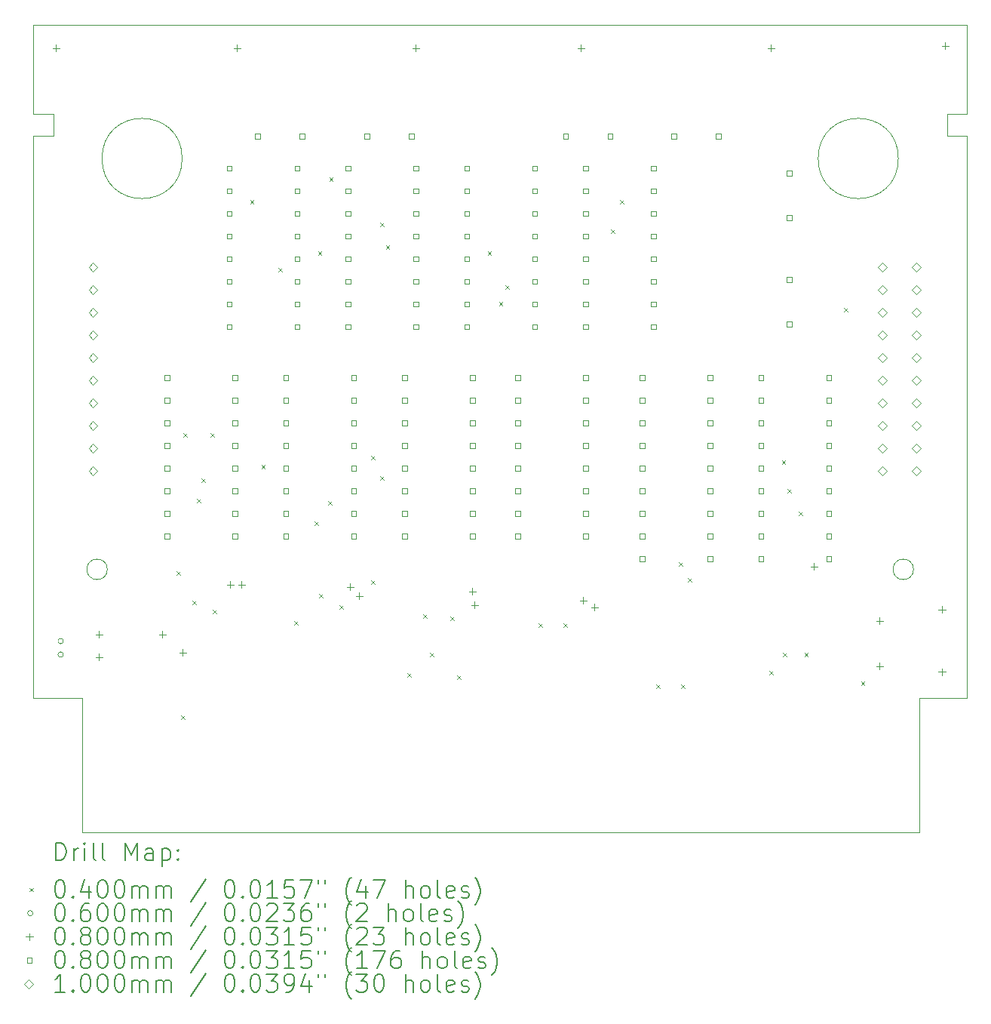
<source format=gbr>
%TF.GenerationSoftware,KiCad,Pcbnew,(6.0.7-1)-1*%
%TF.CreationDate,2022-10-12T18:14:04+11:00*%
%TF.ProjectId,CAT emulator,43415420-656d-4756-9c61-746f722e6b69,rev?*%
%TF.SameCoordinates,Original*%
%TF.FileFunction,Drillmap*%
%TF.FilePolarity,Positive*%
%FSLAX45Y45*%
G04 Gerber Fmt 4.5, Leading zero omitted, Abs format (unit mm)*
G04 Created by KiCad (PCBNEW (6.0.7-1)-1) date 2022-10-12 18:14:04*
%MOMM*%
%LPD*%
G01*
G04 APERTURE LIST*
%ADD10C,0.100000*%
%ADD11C,0.200000*%
%ADD12C,0.040000*%
%ADD13C,0.060000*%
%ADD14C,0.080000*%
G04 APERTURE END LIST*
D10*
X26125000Y-4980000D02*
X26125000Y-3980000D01*
X25525000Y-10090000D02*
G75*
G03*
X25525000Y-10090000I-115000J0D01*
G01*
X16190000Y-11530000D02*
X16190000Y-13040000D01*
X17315000Y-5480000D02*
G75*
G03*
X17315000Y-5480000I-450000J0D01*
G01*
X25900000Y-5230000D02*
X26125000Y-5230000D01*
X15645000Y-5230000D02*
X15870000Y-5230000D01*
X25900000Y-4980000D02*
X25900000Y-5230000D01*
X15870000Y-4980000D02*
X15645000Y-4980000D01*
X15645000Y-3980000D02*
X15645000Y-4980000D01*
X25355000Y-5480000D02*
G75*
G03*
X25355000Y-5480000I-450000J0D01*
G01*
X26125000Y-4980000D02*
X25900000Y-4980000D01*
X15645000Y-11530000D02*
X16190000Y-11530000D01*
X26125000Y-3980000D02*
X15645000Y-3980000D01*
X16190000Y-13040000D02*
X25590000Y-13040000D01*
X26125000Y-11530000D02*
X26125000Y-5230000D01*
X15870000Y-5230000D02*
X15870000Y-4980000D01*
X15645000Y-5230000D02*
X15645000Y-11530000D01*
X16475000Y-10090000D02*
G75*
G03*
X16475000Y-10090000I-115000J0D01*
G01*
X25590000Y-11530000D02*
X26125000Y-11530000D01*
X25590000Y-13040000D02*
X25590000Y-11530000D01*
D11*
D12*
X17252000Y-10114600D02*
X17292000Y-10154600D01*
X17292000Y-10114600D02*
X17252000Y-10154600D01*
X17302800Y-11727500D02*
X17342800Y-11767500D01*
X17342800Y-11727500D02*
X17302800Y-11767500D01*
X17328200Y-8565200D02*
X17368200Y-8605200D01*
X17368200Y-8565200D02*
X17328200Y-8605200D01*
X17429800Y-10444800D02*
X17469800Y-10484800D01*
X17469800Y-10444800D02*
X17429800Y-10484800D01*
X17480600Y-9301800D02*
X17520600Y-9341800D01*
X17520600Y-9301800D02*
X17480600Y-9341800D01*
X17531400Y-9073200D02*
X17571400Y-9113200D01*
X17571400Y-9073200D02*
X17531400Y-9113200D01*
X17633000Y-8565200D02*
X17673000Y-8605200D01*
X17673000Y-8565200D02*
X17633000Y-8605200D01*
X17658400Y-10546400D02*
X17698400Y-10586400D01*
X17698400Y-10546400D02*
X17658400Y-10586400D01*
X18077500Y-5949000D02*
X18117500Y-5989000D01*
X18117500Y-5949000D02*
X18077500Y-5989000D01*
X18204500Y-8920800D02*
X18244500Y-8960800D01*
X18244500Y-8920800D02*
X18204500Y-8960800D01*
X18395000Y-6711000D02*
X18435000Y-6751000D01*
X18435000Y-6711000D02*
X18395000Y-6751000D01*
X18572800Y-10673400D02*
X18612800Y-10713400D01*
X18612800Y-10673400D02*
X18572800Y-10713400D01*
X18801400Y-9555800D02*
X18841400Y-9595800D01*
X18841400Y-9555800D02*
X18801400Y-9595800D01*
X18839500Y-6520500D02*
X18879500Y-6560500D01*
X18879500Y-6520500D02*
X18839500Y-6560500D01*
X18852200Y-10368600D02*
X18892200Y-10408600D01*
X18892200Y-10368600D02*
X18852200Y-10408600D01*
X18953800Y-9327200D02*
X18993800Y-9367200D01*
X18993800Y-9327200D02*
X18953800Y-9367200D01*
X18966500Y-5695000D02*
X19006500Y-5735000D01*
X19006500Y-5695000D02*
X18966500Y-5735000D01*
X19080800Y-10495600D02*
X19120800Y-10535600D01*
X19120800Y-10495600D02*
X19080800Y-10535600D01*
X19436400Y-8819200D02*
X19476400Y-8859200D01*
X19476400Y-8819200D02*
X19436400Y-8859200D01*
X19436400Y-10216200D02*
X19476400Y-10256200D01*
X19476400Y-10216200D02*
X19436400Y-10256200D01*
X19538000Y-6203000D02*
X19578000Y-6243000D01*
X19578000Y-6203000D02*
X19538000Y-6243000D01*
X19538000Y-9047800D02*
X19578000Y-9087800D01*
X19578000Y-9047800D02*
X19538000Y-9087800D01*
X19601500Y-6457000D02*
X19641500Y-6497000D01*
X19641500Y-6457000D02*
X19601500Y-6497000D01*
X19842800Y-11257600D02*
X19882800Y-11297600D01*
X19882800Y-11257600D02*
X19842800Y-11297600D01*
X20020600Y-10597200D02*
X20060600Y-10637200D01*
X20060600Y-10597200D02*
X20020600Y-10637200D01*
X20096800Y-11029000D02*
X20136800Y-11069000D01*
X20136800Y-11029000D02*
X20096800Y-11069000D01*
X20325400Y-10622600D02*
X20365400Y-10662600D01*
X20365400Y-10622600D02*
X20325400Y-10662600D01*
X20401600Y-11283000D02*
X20441600Y-11323000D01*
X20441600Y-11283000D02*
X20401600Y-11323000D01*
X20744500Y-6520500D02*
X20784500Y-6560500D01*
X20784500Y-6520500D02*
X20744500Y-6560500D01*
X20871500Y-7092000D02*
X20911500Y-7132000D01*
X20911500Y-7092000D02*
X20871500Y-7132000D01*
X20942176Y-6901500D02*
X20982176Y-6941500D01*
X20982176Y-6901500D02*
X20942176Y-6941500D01*
X21316000Y-10698800D02*
X21356000Y-10738800D01*
X21356000Y-10698800D02*
X21316000Y-10738800D01*
X21595400Y-10698800D02*
X21635400Y-10738800D01*
X21635400Y-10698800D02*
X21595400Y-10738800D01*
X22128800Y-6279200D02*
X22168800Y-6319200D01*
X22168800Y-6279200D02*
X22128800Y-6319200D01*
X22230400Y-5949000D02*
X22270400Y-5989000D01*
X22270400Y-5949000D02*
X22230400Y-5989000D01*
X22636800Y-11384600D02*
X22676800Y-11424600D01*
X22676800Y-11384600D02*
X22636800Y-11424600D01*
X22890800Y-10013000D02*
X22930800Y-10053000D01*
X22930800Y-10013000D02*
X22890800Y-10053000D01*
X22916200Y-11384600D02*
X22956200Y-11424600D01*
X22956200Y-11384600D02*
X22916200Y-11424600D01*
X22992400Y-10190800D02*
X23032400Y-10230800D01*
X23032400Y-10190800D02*
X22992400Y-10230800D01*
X23906800Y-11232200D02*
X23946800Y-11272200D01*
X23946800Y-11232200D02*
X23906800Y-11272200D01*
X24046500Y-8870000D02*
X24086500Y-8910000D01*
X24086500Y-8870000D02*
X24046500Y-8910000D01*
X24059200Y-11029000D02*
X24099200Y-11069000D01*
X24099200Y-11029000D02*
X24059200Y-11069000D01*
X24110000Y-9187500D02*
X24150000Y-9227500D01*
X24150000Y-9187500D02*
X24110000Y-9227500D01*
X24237000Y-9441500D02*
X24277000Y-9481500D01*
X24277000Y-9441500D02*
X24237000Y-9481500D01*
X24300500Y-11029000D02*
X24340500Y-11069000D01*
X24340500Y-11029000D02*
X24300500Y-11069000D01*
X24745000Y-7155500D02*
X24785000Y-7195500D01*
X24785000Y-7155500D02*
X24745000Y-7195500D01*
X24935500Y-11346500D02*
X24975500Y-11386500D01*
X24975500Y-11346500D02*
X24935500Y-11386500D01*
D13*
X15981200Y-10896600D02*
G75*
G03*
X15981200Y-10896600I-30000J0D01*
G01*
X15981200Y-11046600D02*
G75*
G03*
X15981200Y-11046600I-30000J0D01*
G01*
D14*
X15900400Y-4201800D02*
X15900400Y-4281800D01*
X15860400Y-4241800D02*
X15940400Y-4241800D01*
X16383000Y-10780400D02*
X16383000Y-10860400D01*
X16343000Y-10820400D02*
X16423000Y-10820400D01*
X16383000Y-11034400D02*
X16383000Y-11114400D01*
X16343000Y-11074400D02*
X16423000Y-11074400D01*
X17094200Y-10780400D02*
X17094200Y-10860400D01*
X17054200Y-10820400D02*
X17134200Y-10820400D01*
X17322800Y-10983600D02*
X17322800Y-11063600D01*
X17282800Y-11023600D02*
X17362800Y-11023600D01*
X17856200Y-10221600D02*
X17856200Y-10301600D01*
X17816200Y-10261600D02*
X17896200Y-10261600D01*
X17932400Y-4201800D02*
X17932400Y-4281800D01*
X17892400Y-4241800D02*
X17972400Y-4241800D01*
X17983200Y-10221600D02*
X17983200Y-10301600D01*
X17943200Y-10261600D02*
X18023200Y-10261600D01*
X19202400Y-10247000D02*
X19202400Y-10327000D01*
X19162400Y-10287000D02*
X19242400Y-10287000D01*
X19304000Y-10348600D02*
X19304000Y-10428600D01*
X19264000Y-10388600D02*
X19344000Y-10388600D01*
X19939000Y-4201800D02*
X19939000Y-4281800D01*
X19899000Y-4241800D02*
X19979000Y-4241800D01*
X20574000Y-10297800D02*
X20574000Y-10377800D01*
X20534000Y-10337800D02*
X20614000Y-10337800D01*
X20599400Y-10450200D02*
X20599400Y-10530200D01*
X20559400Y-10490200D02*
X20639400Y-10490200D01*
X21793200Y-4201800D02*
X21793200Y-4281800D01*
X21753200Y-4241800D02*
X21833200Y-4241800D01*
X21818600Y-10399400D02*
X21818600Y-10479400D01*
X21778600Y-10439400D02*
X21858600Y-10439400D01*
X21945600Y-10475600D02*
X21945600Y-10555600D01*
X21905600Y-10515600D02*
X21985600Y-10515600D01*
X23926800Y-4201800D02*
X23926800Y-4281800D01*
X23886800Y-4241800D02*
X23966800Y-4241800D01*
X24409400Y-10018400D02*
X24409400Y-10098400D01*
X24369400Y-10058400D02*
X24449400Y-10058400D01*
X25146000Y-10628000D02*
X25146000Y-10708000D01*
X25106000Y-10668000D02*
X25186000Y-10668000D01*
X25146000Y-11136000D02*
X25146000Y-11216000D01*
X25106000Y-11176000D02*
X25186000Y-11176000D01*
X25844500Y-10501000D02*
X25844500Y-10581000D01*
X25804500Y-10541000D02*
X25884500Y-10541000D01*
X25844500Y-11199500D02*
X25844500Y-11279500D01*
X25804500Y-11239500D02*
X25884500Y-11239500D01*
X25882600Y-4176400D02*
X25882600Y-4256400D01*
X25842600Y-4216400D02*
X25922600Y-4216400D01*
X17173285Y-7965784D02*
X17173285Y-7909215D01*
X17116716Y-7909215D01*
X17116716Y-7965784D01*
X17173285Y-7965784D01*
X17173285Y-8219784D02*
X17173285Y-8163215D01*
X17116716Y-8163215D01*
X17116716Y-8219784D01*
X17173285Y-8219784D01*
X17173285Y-8473785D02*
X17173285Y-8417216D01*
X17116716Y-8417216D01*
X17116716Y-8473785D01*
X17173285Y-8473785D01*
X17173285Y-8727785D02*
X17173285Y-8671216D01*
X17116716Y-8671216D01*
X17116716Y-8727785D01*
X17173285Y-8727785D01*
X17173285Y-8981785D02*
X17173285Y-8925216D01*
X17116716Y-8925216D01*
X17116716Y-8981785D01*
X17173285Y-8981785D01*
X17173285Y-9235785D02*
X17173285Y-9179216D01*
X17116716Y-9179216D01*
X17116716Y-9235785D01*
X17173285Y-9235785D01*
X17173285Y-9489785D02*
X17173285Y-9433216D01*
X17116716Y-9433216D01*
X17116716Y-9489785D01*
X17173285Y-9489785D01*
X17173285Y-9743785D02*
X17173285Y-9687216D01*
X17116716Y-9687216D01*
X17116716Y-9743785D01*
X17173285Y-9743785D01*
X17873285Y-5617784D02*
X17873285Y-5561216D01*
X17816716Y-5561216D01*
X17816716Y-5617784D01*
X17873285Y-5617784D01*
X17873285Y-5871784D02*
X17873285Y-5815215D01*
X17816716Y-5815215D01*
X17816716Y-5871784D01*
X17873285Y-5871784D01*
X17873285Y-6125784D02*
X17873285Y-6069215D01*
X17816716Y-6069215D01*
X17816716Y-6125784D01*
X17873285Y-6125784D01*
X17873285Y-6379784D02*
X17873285Y-6323215D01*
X17816716Y-6323215D01*
X17816716Y-6379784D01*
X17873285Y-6379784D01*
X17873285Y-6633784D02*
X17873285Y-6577215D01*
X17816716Y-6577215D01*
X17816716Y-6633784D01*
X17873285Y-6633784D01*
X17873285Y-6887784D02*
X17873285Y-6831215D01*
X17816716Y-6831215D01*
X17816716Y-6887784D01*
X17873285Y-6887784D01*
X17873285Y-7141784D02*
X17873285Y-7085215D01*
X17816716Y-7085215D01*
X17816716Y-7141784D01*
X17873285Y-7141784D01*
X17873285Y-7395784D02*
X17873285Y-7339215D01*
X17816716Y-7339215D01*
X17816716Y-7395784D01*
X17873285Y-7395784D01*
X17935285Y-7965784D02*
X17935285Y-7909215D01*
X17878716Y-7909215D01*
X17878716Y-7965784D01*
X17935285Y-7965784D01*
X17935285Y-8219784D02*
X17935285Y-8163215D01*
X17878716Y-8163215D01*
X17878716Y-8219784D01*
X17935285Y-8219784D01*
X17935285Y-8473785D02*
X17935285Y-8417216D01*
X17878716Y-8417216D01*
X17878716Y-8473785D01*
X17935285Y-8473785D01*
X17935285Y-8727785D02*
X17935285Y-8671216D01*
X17878716Y-8671216D01*
X17878716Y-8727785D01*
X17935285Y-8727785D01*
X17935285Y-8981785D02*
X17935285Y-8925216D01*
X17878716Y-8925216D01*
X17878716Y-8981785D01*
X17935285Y-8981785D01*
X17935285Y-9235785D02*
X17935285Y-9179216D01*
X17878716Y-9179216D01*
X17878716Y-9235785D01*
X17935285Y-9235785D01*
X17935285Y-9489785D02*
X17935285Y-9433216D01*
X17878716Y-9433216D01*
X17878716Y-9489785D01*
X17935285Y-9489785D01*
X17935285Y-9743785D02*
X17935285Y-9687216D01*
X17878716Y-9687216D01*
X17878716Y-9743785D01*
X17935285Y-9743785D01*
X18189285Y-5260685D02*
X18189285Y-5204116D01*
X18132716Y-5204116D01*
X18132716Y-5260685D01*
X18189285Y-5260685D01*
X18508285Y-7967284D02*
X18508285Y-7910715D01*
X18451716Y-7910715D01*
X18451716Y-7967284D01*
X18508285Y-7967284D01*
X18508285Y-8221284D02*
X18508285Y-8164715D01*
X18451716Y-8164715D01*
X18451716Y-8221284D01*
X18508285Y-8221284D01*
X18508285Y-8475285D02*
X18508285Y-8418716D01*
X18451716Y-8418716D01*
X18451716Y-8475285D01*
X18508285Y-8475285D01*
X18508285Y-8729285D02*
X18508285Y-8672716D01*
X18451716Y-8672716D01*
X18451716Y-8729285D01*
X18508285Y-8729285D01*
X18508285Y-8983285D02*
X18508285Y-8926716D01*
X18451716Y-8926716D01*
X18451716Y-8983285D01*
X18508285Y-8983285D01*
X18508285Y-9237285D02*
X18508285Y-9180716D01*
X18451716Y-9180716D01*
X18451716Y-9237285D01*
X18508285Y-9237285D01*
X18508285Y-9491285D02*
X18508285Y-9434716D01*
X18451716Y-9434716D01*
X18451716Y-9491285D01*
X18508285Y-9491285D01*
X18508285Y-9745285D02*
X18508285Y-9688716D01*
X18451716Y-9688716D01*
X18451716Y-9745285D01*
X18508285Y-9745285D01*
X18635285Y-5617784D02*
X18635285Y-5561216D01*
X18578716Y-5561216D01*
X18578716Y-5617784D01*
X18635285Y-5617784D01*
X18635285Y-5871784D02*
X18635285Y-5815215D01*
X18578716Y-5815215D01*
X18578716Y-5871784D01*
X18635285Y-5871784D01*
X18635285Y-6125784D02*
X18635285Y-6069215D01*
X18578716Y-6069215D01*
X18578716Y-6125784D01*
X18635285Y-6125784D01*
X18635285Y-6379784D02*
X18635285Y-6323215D01*
X18578716Y-6323215D01*
X18578716Y-6379784D01*
X18635285Y-6379784D01*
X18635285Y-6633784D02*
X18635285Y-6577215D01*
X18578716Y-6577215D01*
X18578716Y-6633784D01*
X18635285Y-6633784D01*
X18635285Y-6887784D02*
X18635285Y-6831215D01*
X18578716Y-6831215D01*
X18578716Y-6887784D01*
X18635285Y-6887784D01*
X18635285Y-7141784D02*
X18635285Y-7085215D01*
X18578716Y-7085215D01*
X18578716Y-7141784D01*
X18635285Y-7141784D01*
X18635285Y-7395784D02*
X18635285Y-7339215D01*
X18578716Y-7339215D01*
X18578716Y-7395784D01*
X18635285Y-7395784D01*
X18689285Y-5260685D02*
X18689285Y-5204116D01*
X18632716Y-5204116D01*
X18632716Y-5260685D01*
X18689285Y-5260685D01*
X19206785Y-5617784D02*
X19206785Y-5561216D01*
X19150216Y-5561216D01*
X19150216Y-5617784D01*
X19206785Y-5617784D01*
X19206785Y-5871784D02*
X19206785Y-5815215D01*
X19150216Y-5815215D01*
X19150216Y-5871784D01*
X19206785Y-5871784D01*
X19206785Y-6125784D02*
X19206785Y-6069215D01*
X19150216Y-6069215D01*
X19150216Y-6125784D01*
X19206785Y-6125784D01*
X19206785Y-6379784D02*
X19206785Y-6323215D01*
X19150216Y-6323215D01*
X19150216Y-6379784D01*
X19206785Y-6379784D01*
X19206785Y-6633784D02*
X19206785Y-6577215D01*
X19150216Y-6577215D01*
X19150216Y-6633784D01*
X19206785Y-6633784D01*
X19206785Y-6887784D02*
X19206785Y-6831215D01*
X19150216Y-6831215D01*
X19150216Y-6887784D01*
X19206785Y-6887784D01*
X19206785Y-7141784D02*
X19206785Y-7085215D01*
X19150216Y-7085215D01*
X19150216Y-7141784D01*
X19206785Y-7141784D01*
X19206785Y-7395784D02*
X19206785Y-7339215D01*
X19150216Y-7339215D01*
X19150216Y-7395784D01*
X19206785Y-7395784D01*
X19270285Y-7967284D02*
X19270285Y-7910715D01*
X19213716Y-7910715D01*
X19213716Y-7967284D01*
X19270285Y-7967284D01*
X19270285Y-8221284D02*
X19270285Y-8164715D01*
X19213716Y-8164715D01*
X19213716Y-8221284D01*
X19270285Y-8221284D01*
X19270285Y-8475285D02*
X19270285Y-8418716D01*
X19213716Y-8418716D01*
X19213716Y-8475285D01*
X19270285Y-8475285D01*
X19270285Y-8729285D02*
X19270285Y-8672716D01*
X19213716Y-8672716D01*
X19213716Y-8729285D01*
X19270285Y-8729285D01*
X19270285Y-8983285D02*
X19270285Y-8926716D01*
X19213716Y-8926716D01*
X19213716Y-8983285D01*
X19270285Y-8983285D01*
X19270285Y-9237285D02*
X19270285Y-9180716D01*
X19213716Y-9180716D01*
X19213716Y-9237285D01*
X19270285Y-9237285D01*
X19270285Y-9491285D02*
X19270285Y-9434716D01*
X19213716Y-9434716D01*
X19213716Y-9491285D01*
X19270285Y-9491285D01*
X19270285Y-9745285D02*
X19270285Y-9688716D01*
X19213716Y-9688716D01*
X19213716Y-9745285D01*
X19270285Y-9745285D01*
X19416485Y-5260685D02*
X19416485Y-5204116D01*
X19359916Y-5204116D01*
X19359916Y-5260685D01*
X19416485Y-5260685D01*
X19840285Y-7965784D02*
X19840285Y-7909215D01*
X19783716Y-7909215D01*
X19783716Y-7965784D01*
X19840285Y-7965784D01*
X19840285Y-8219784D02*
X19840285Y-8163215D01*
X19783716Y-8163215D01*
X19783716Y-8219784D01*
X19840285Y-8219784D01*
X19840285Y-8473785D02*
X19840285Y-8417216D01*
X19783716Y-8417216D01*
X19783716Y-8473785D01*
X19840285Y-8473785D01*
X19840285Y-8727785D02*
X19840285Y-8671216D01*
X19783716Y-8671216D01*
X19783716Y-8727785D01*
X19840285Y-8727785D01*
X19840285Y-8981785D02*
X19840285Y-8925216D01*
X19783716Y-8925216D01*
X19783716Y-8981785D01*
X19840285Y-8981785D01*
X19840285Y-9235785D02*
X19840285Y-9179216D01*
X19783716Y-9179216D01*
X19783716Y-9235785D01*
X19840285Y-9235785D01*
X19840285Y-9489785D02*
X19840285Y-9433216D01*
X19783716Y-9433216D01*
X19783716Y-9489785D01*
X19840285Y-9489785D01*
X19840285Y-9743785D02*
X19840285Y-9687216D01*
X19783716Y-9687216D01*
X19783716Y-9743785D01*
X19840285Y-9743785D01*
X19916485Y-5260685D02*
X19916485Y-5204116D01*
X19859916Y-5204116D01*
X19859916Y-5260685D01*
X19916485Y-5260685D01*
X19968785Y-5617784D02*
X19968785Y-5561216D01*
X19912216Y-5561216D01*
X19912216Y-5617784D01*
X19968785Y-5617784D01*
X19968785Y-5871784D02*
X19968785Y-5815215D01*
X19912216Y-5815215D01*
X19912216Y-5871784D01*
X19968785Y-5871784D01*
X19968785Y-6125784D02*
X19968785Y-6069215D01*
X19912216Y-6069215D01*
X19912216Y-6125784D01*
X19968785Y-6125784D01*
X19968785Y-6379784D02*
X19968785Y-6323215D01*
X19912216Y-6323215D01*
X19912216Y-6379784D01*
X19968785Y-6379784D01*
X19968785Y-6633784D02*
X19968785Y-6577215D01*
X19912216Y-6577215D01*
X19912216Y-6633784D01*
X19968785Y-6633784D01*
X19968785Y-6887784D02*
X19968785Y-6831215D01*
X19912216Y-6831215D01*
X19912216Y-6887784D01*
X19968785Y-6887784D01*
X19968785Y-7141784D02*
X19968785Y-7085215D01*
X19912216Y-7085215D01*
X19912216Y-7141784D01*
X19968785Y-7141784D01*
X19968785Y-7395784D02*
X19968785Y-7339215D01*
X19912216Y-7339215D01*
X19912216Y-7395784D01*
X19968785Y-7395784D01*
X20540285Y-5617784D02*
X20540285Y-5561216D01*
X20483716Y-5561216D01*
X20483716Y-5617784D01*
X20540285Y-5617784D01*
X20540285Y-5871784D02*
X20540285Y-5815215D01*
X20483716Y-5815215D01*
X20483716Y-5871784D01*
X20540285Y-5871784D01*
X20540285Y-6125784D02*
X20540285Y-6069215D01*
X20483716Y-6069215D01*
X20483716Y-6125784D01*
X20540285Y-6125784D01*
X20540285Y-6379784D02*
X20540285Y-6323215D01*
X20483716Y-6323215D01*
X20483716Y-6379784D01*
X20540285Y-6379784D01*
X20540285Y-6633784D02*
X20540285Y-6577215D01*
X20483716Y-6577215D01*
X20483716Y-6633784D01*
X20540285Y-6633784D01*
X20540285Y-6887784D02*
X20540285Y-6831215D01*
X20483716Y-6831215D01*
X20483716Y-6887784D01*
X20540285Y-6887784D01*
X20540285Y-7141784D02*
X20540285Y-7085215D01*
X20483716Y-7085215D01*
X20483716Y-7141784D01*
X20540285Y-7141784D01*
X20540285Y-7395784D02*
X20540285Y-7339215D01*
X20483716Y-7339215D01*
X20483716Y-7395784D01*
X20540285Y-7395784D01*
X20602285Y-7965784D02*
X20602285Y-7909215D01*
X20545716Y-7909215D01*
X20545716Y-7965784D01*
X20602285Y-7965784D01*
X20602285Y-8219784D02*
X20602285Y-8163215D01*
X20545716Y-8163215D01*
X20545716Y-8219784D01*
X20602285Y-8219784D01*
X20602285Y-8473785D02*
X20602285Y-8417216D01*
X20545716Y-8417216D01*
X20545716Y-8473785D01*
X20602285Y-8473785D01*
X20602285Y-8727785D02*
X20602285Y-8671216D01*
X20545716Y-8671216D01*
X20545716Y-8727785D01*
X20602285Y-8727785D01*
X20602285Y-8981785D02*
X20602285Y-8925216D01*
X20545716Y-8925216D01*
X20545716Y-8981785D01*
X20602285Y-8981785D01*
X20602285Y-9235785D02*
X20602285Y-9179216D01*
X20545716Y-9179216D01*
X20545716Y-9235785D01*
X20602285Y-9235785D01*
X20602285Y-9489785D02*
X20602285Y-9433216D01*
X20545716Y-9433216D01*
X20545716Y-9489785D01*
X20602285Y-9489785D01*
X20602285Y-9743785D02*
X20602285Y-9687216D01*
X20545716Y-9687216D01*
X20545716Y-9743785D01*
X20602285Y-9743785D01*
X21110285Y-7965784D02*
X21110285Y-7909215D01*
X21053716Y-7909215D01*
X21053716Y-7965784D01*
X21110285Y-7965784D01*
X21110285Y-8219784D02*
X21110285Y-8163215D01*
X21053716Y-8163215D01*
X21053716Y-8219784D01*
X21110285Y-8219784D01*
X21110285Y-8473785D02*
X21110285Y-8417216D01*
X21053716Y-8417216D01*
X21053716Y-8473785D01*
X21110285Y-8473785D01*
X21110285Y-8727785D02*
X21110285Y-8671216D01*
X21053716Y-8671216D01*
X21053716Y-8727785D01*
X21110285Y-8727785D01*
X21110285Y-8981785D02*
X21110285Y-8925216D01*
X21053716Y-8925216D01*
X21053716Y-8981785D01*
X21110285Y-8981785D01*
X21110285Y-9235785D02*
X21110285Y-9179216D01*
X21053716Y-9179216D01*
X21053716Y-9235785D01*
X21110285Y-9235785D01*
X21110285Y-9489785D02*
X21110285Y-9433216D01*
X21053716Y-9433216D01*
X21053716Y-9489785D01*
X21110285Y-9489785D01*
X21110285Y-9743785D02*
X21110285Y-9687216D01*
X21053716Y-9687216D01*
X21053716Y-9743785D01*
X21110285Y-9743785D01*
X21302285Y-5617784D02*
X21302285Y-5561216D01*
X21245716Y-5561216D01*
X21245716Y-5617784D01*
X21302285Y-5617784D01*
X21302285Y-5871784D02*
X21302285Y-5815215D01*
X21245716Y-5815215D01*
X21245716Y-5871784D01*
X21302285Y-5871784D01*
X21302285Y-6125784D02*
X21302285Y-6069215D01*
X21245716Y-6069215D01*
X21245716Y-6125784D01*
X21302285Y-6125784D01*
X21302285Y-6379784D02*
X21302285Y-6323215D01*
X21245716Y-6323215D01*
X21245716Y-6379784D01*
X21302285Y-6379784D01*
X21302285Y-6633784D02*
X21302285Y-6577215D01*
X21245716Y-6577215D01*
X21245716Y-6633784D01*
X21302285Y-6633784D01*
X21302285Y-6887784D02*
X21302285Y-6831215D01*
X21245716Y-6831215D01*
X21245716Y-6887784D01*
X21302285Y-6887784D01*
X21302285Y-7141784D02*
X21302285Y-7085215D01*
X21245716Y-7085215D01*
X21245716Y-7141784D01*
X21302285Y-7141784D01*
X21302285Y-7395784D02*
X21302285Y-7339215D01*
X21245716Y-7339215D01*
X21245716Y-7395784D01*
X21302285Y-7395784D01*
X21647685Y-5259285D02*
X21647685Y-5202716D01*
X21591116Y-5202716D01*
X21591116Y-5259285D01*
X21647685Y-5259285D01*
X21872285Y-7965784D02*
X21872285Y-7909215D01*
X21815716Y-7909215D01*
X21815716Y-7965784D01*
X21872285Y-7965784D01*
X21872285Y-8219784D02*
X21872285Y-8163215D01*
X21815716Y-8163215D01*
X21815716Y-8219784D01*
X21872285Y-8219784D01*
X21872285Y-8473785D02*
X21872285Y-8417216D01*
X21815716Y-8417216D01*
X21815716Y-8473785D01*
X21872285Y-8473785D01*
X21872285Y-8727785D02*
X21872285Y-8671216D01*
X21815716Y-8671216D01*
X21815716Y-8727785D01*
X21872285Y-8727785D01*
X21872285Y-8981785D02*
X21872285Y-8925216D01*
X21815716Y-8925216D01*
X21815716Y-8981785D01*
X21872285Y-8981785D01*
X21872285Y-9235785D02*
X21872285Y-9179216D01*
X21815716Y-9179216D01*
X21815716Y-9235785D01*
X21872285Y-9235785D01*
X21872285Y-9489785D02*
X21872285Y-9433216D01*
X21815716Y-9433216D01*
X21815716Y-9489785D01*
X21872285Y-9489785D01*
X21872285Y-9743785D02*
X21872285Y-9687216D01*
X21815716Y-9687216D01*
X21815716Y-9743785D01*
X21872285Y-9743785D01*
X21873785Y-5617784D02*
X21873785Y-5561216D01*
X21817216Y-5561216D01*
X21817216Y-5617784D01*
X21873785Y-5617784D01*
X21873785Y-5871784D02*
X21873785Y-5815215D01*
X21817216Y-5815215D01*
X21817216Y-5871784D01*
X21873785Y-5871784D01*
X21873785Y-6125784D02*
X21873785Y-6069215D01*
X21817216Y-6069215D01*
X21817216Y-6125784D01*
X21873785Y-6125784D01*
X21873785Y-6379784D02*
X21873785Y-6323215D01*
X21817216Y-6323215D01*
X21817216Y-6379784D01*
X21873785Y-6379784D01*
X21873785Y-6633784D02*
X21873785Y-6577215D01*
X21817216Y-6577215D01*
X21817216Y-6633784D01*
X21873785Y-6633784D01*
X21873785Y-6887784D02*
X21873785Y-6831215D01*
X21817216Y-6831215D01*
X21817216Y-6887784D01*
X21873785Y-6887784D01*
X21873785Y-7141784D02*
X21873785Y-7085215D01*
X21817216Y-7085215D01*
X21817216Y-7141784D01*
X21873785Y-7141784D01*
X21873785Y-7395784D02*
X21873785Y-7339215D01*
X21817216Y-7339215D01*
X21817216Y-7395784D01*
X21873785Y-7395784D01*
X22147685Y-5259285D02*
X22147685Y-5202716D01*
X22091116Y-5202716D01*
X22091116Y-5259285D01*
X22147685Y-5259285D01*
X22508784Y-7965784D02*
X22508784Y-7909215D01*
X22452215Y-7909215D01*
X22452215Y-7965784D01*
X22508784Y-7965784D01*
X22508784Y-8219784D02*
X22508784Y-8163215D01*
X22452215Y-8163215D01*
X22452215Y-8219784D01*
X22508784Y-8219784D01*
X22508784Y-8473785D02*
X22508784Y-8417216D01*
X22452215Y-8417216D01*
X22452215Y-8473785D01*
X22508784Y-8473785D01*
X22508784Y-8727785D02*
X22508784Y-8671216D01*
X22452215Y-8671216D01*
X22452215Y-8727785D01*
X22508784Y-8727785D01*
X22508784Y-8981785D02*
X22508784Y-8925216D01*
X22452215Y-8925216D01*
X22452215Y-8981785D01*
X22508784Y-8981785D01*
X22508784Y-9235785D02*
X22508784Y-9179216D01*
X22452215Y-9179216D01*
X22452215Y-9235785D01*
X22508784Y-9235785D01*
X22508784Y-9489785D02*
X22508784Y-9433216D01*
X22452215Y-9433216D01*
X22452215Y-9489785D01*
X22508784Y-9489785D01*
X22508784Y-9743785D02*
X22508784Y-9687216D01*
X22452215Y-9687216D01*
X22452215Y-9743785D01*
X22508784Y-9743785D01*
X22508784Y-9997785D02*
X22508784Y-9941216D01*
X22452215Y-9941216D01*
X22452215Y-9997785D01*
X22508784Y-9997785D01*
X22635784Y-5617784D02*
X22635784Y-5561216D01*
X22579215Y-5561216D01*
X22579215Y-5617784D01*
X22635784Y-5617784D01*
X22635784Y-5871784D02*
X22635784Y-5815215D01*
X22579215Y-5815215D01*
X22579215Y-5871784D01*
X22635784Y-5871784D01*
X22635784Y-6125784D02*
X22635784Y-6069215D01*
X22579215Y-6069215D01*
X22579215Y-6125784D01*
X22635784Y-6125784D01*
X22635784Y-6379784D02*
X22635784Y-6323215D01*
X22579215Y-6323215D01*
X22579215Y-6379784D01*
X22635784Y-6379784D01*
X22635784Y-6633784D02*
X22635784Y-6577215D01*
X22579215Y-6577215D01*
X22579215Y-6633784D01*
X22635784Y-6633784D01*
X22635784Y-6887784D02*
X22635784Y-6831215D01*
X22579215Y-6831215D01*
X22579215Y-6887784D01*
X22635784Y-6887784D01*
X22635784Y-7141784D02*
X22635784Y-7085215D01*
X22579215Y-7085215D01*
X22579215Y-7141784D01*
X22635784Y-7141784D01*
X22635784Y-7395784D02*
X22635784Y-7339215D01*
X22579215Y-7339215D01*
X22579215Y-7395784D01*
X22635784Y-7395784D01*
X22862884Y-5260685D02*
X22862884Y-5204116D01*
X22806315Y-5204116D01*
X22806315Y-5260685D01*
X22862884Y-5260685D01*
X23270784Y-7965784D02*
X23270784Y-7909215D01*
X23214215Y-7909215D01*
X23214215Y-7965784D01*
X23270784Y-7965784D01*
X23270784Y-8219784D02*
X23270784Y-8163215D01*
X23214215Y-8163215D01*
X23214215Y-8219784D01*
X23270784Y-8219784D01*
X23270784Y-8473785D02*
X23270784Y-8417216D01*
X23214215Y-8417216D01*
X23214215Y-8473785D01*
X23270784Y-8473785D01*
X23270784Y-8727785D02*
X23270784Y-8671216D01*
X23214215Y-8671216D01*
X23214215Y-8727785D01*
X23270784Y-8727785D01*
X23270784Y-8981785D02*
X23270784Y-8925216D01*
X23214215Y-8925216D01*
X23214215Y-8981785D01*
X23270784Y-8981785D01*
X23270784Y-9235785D02*
X23270784Y-9179216D01*
X23214215Y-9179216D01*
X23214215Y-9235785D01*
X23270784Y-9235785D01*
X23270784Y-9489785D02*
X23270784Y-9433216D01*
X23214215Y-9433216D01*
X23214215Y-9489785D01*
X23270784Y-9489785D01*
X23270784Y-9743785D02*
X23270784Y-9687216D01*
X23214215Y-9687216D01*
X23214215Y-9743785D01*
X23270784Y-9743785D01*
X23270784Y-9997785D02*
X23270784Y-9941216D01*
X23214215Y-9941216D01*
X23214215Y-9997785D01*
X23270784Y-9997785D01*
X23362884Y-5260685D02*
X23362884Y-5204116D01*
X23306315Y-5204116D01*
X23306315Y-5260685D01*
X23362884Y-5260685D01*
X23842284Y-7966784D02*
X23842284Y-7910215D01*
X23785715Y-7910215D01*
X23785715Y-7966784D01*
X23842284Y-7966784D01*
X23842284Y-8220784D02*
X23842284Y-8164215D01*
X23785715Y-8164215D01*
X23785715Y-8220784D01*
X23842284Y-8220784D01*
X23842284Y-8474785D02*
X23842284Y-8418216D01*
X23785715Y-8418216D01*
X23785715Y-8474785D01*
X23842284Y-8474785D01*
X23842284Y-8728785D02*
X23842284Y-8672216D01*
X23785715Y-8672216D01*
X23785715Y-8728785D01*
X23842284Y-8728785D01*
X23842284Y-8982785D02*
X23842284Y-8926216D01*
X23785715Y-8926216D01*
X23785715Y-8982785D01*
X23842284Y-8982785D01*
X23842284Y-9236785D02*
X23842284Y-9180216D01*
X23785715Y-9180216D01*
X23785715Y-9236785D01*
X23842284Y-9236785D01*
X23842284Y-9490785D02*
X23842284Y-9434216D01*
X23785715Y-9434216D01*
X23785715Y-9490785D01*
X23842284Y-9490785D01*
X23842284Y-9744785D02*
X23842284Y-9688216D01*
X23785715Y-9688216D01*
X23785715Y-9744785D01*
X23842284Y-9744785D01*
X23842284Y-9998785D02*
X23842284Y-9942216D01*
X23785715Y-9942216D01*
X23785715Y-9998785D01*
X23842284Y-9998785D01*
X24158284Y-5671084D02*
X24158284Y-5614515D01*
X24101715Y-5614515D01*
X24101715Y-5671084D01*
X24158284Y-5671084D01*
X24158284Y-6171084D02*
X24158284Y-6114515D01*
X24101715Y-6114515D01*
X24101715Y-6171084D01*
X24158284Y-6171084D01*
X24158284Y-6868884D02*
X24158284Y-6812315D01*
X24101715Y-6812315D01*
X24101715Y-6868884D01*
X24158284Y-6868884D01*
X24158284Y-7368884D02*
X24158284Y-7312315D01*
X24101715Y-7312315D01*
X24101715Y-7368884D01*
X24158284Y-7368884D01*
X24604284Y-7966784D02*
X24604284Y-7910215D01*
X24547715Y-7910215D01*
X24547715Y-7966784D01*
X24604284Y-7966784D01*
X24604284Y-8220784D02*
X24604284Y-8164215D01*
X24547715Y-8164215D01*
X24547715Y-8220784D01*
X24604284Y-8220784D01*
X24604284Y-8474785D02*
X24604284Y-8418216D01*
X24547715Y-8418216D01*
X24547715Y-8474785D01*
X24604284Y-8474785D01*
X24604284Y-8728785D02*
X24604284Y-8672216D01*
X24547715Y-8672216D01*
X24547715Y-8728785D01*
X24604284Y-8728785D01*
X24604284Y-8982785D02*
X24604284Y-8926216D01*
X24547715Y-8926216D01*
X24547715Y-8982785D01*
X24604284Y-8982785D01*
X24604284Y-9236785D02*
X24604284Y-9180216D01*
X24547715Y-9180216D01*
X24547715Y-9236785D01*
X24604284Y-9236785D01*
X24604284Y-9490785D02*
X24604284Y-9434216D01*
X24547715Y-9434216D01*
X24547715Y-9490785D01*
X24604284Y-9490785D01*
X24604284Y-9744785D02*
X24604284Y-9688216D01*
X24547715Y-9688216D01*
X24547715Y-9744785D01*
X24604284Y-9744785D01*
X24604284Y-9998785D02*
X24604284Y-9942216D01*
X24547715Y-9942216D01*
X24547715Y-9998785D01*
X24604284Y-9998785D01*
D10*
X16315000Y-6750000D02*
X16365000Y-6700000D01*
X16315000Y-6650000D01*
X16265000Y-6700000D01*
X16315000Y-6750000D01*
X16315000Y-7004000D02*
X16365000Y-6954000D01*
X16315000Y-6904000D01*
X16265000Y-6954000D01*
X16315000Y-7004000D01*
X16315000Y-7258000D02*
X16365000Y-7208000D01*
X16315000Y-7158000D01*
X16265000Y-7208000D01*
X16315000Y-7258000D01*
X16315000Y-7512000D02*
X16365000Y-7462000D01*
X16315000Y-7412000D01*
X16265000Y-7462000D01*
X16315000Y-7512000D01*
X16315000Y-7766000D02*
X16365000Y-7716000D01*
X16315000Y-7666000D01*
X16265000Y-7716000D01*
X16315000Y-7766000D01*
X16315000Y-8020000D02*
X16365000Y-7970000D01*
X16315000Y-7920000D01*
X16265000Y-7970000D01*
X16315000Y-8020000D01*
X16315000Y-8274000D02*
X16365000Y-8224000D01*
X16315000Y-8174000D01*
X16265000Y-8224000D01*
X16315000Y-8274000D01*
X16315000Y-8528000D02*
X16365000Y-8478000D01*
X16315000Y-8428000D01*
X16265000Y-8478000D01*
X16315000Y-8528000D01*
X16315000Y-8782000D02*
X16365000Y-8732000D01*
X16315000Y-8682000D01*
X16265000Y-8732000D01*
X16315000Y-8782000D01*
X16315000Y-9036000D02*
X16365000Y-8986000D01*
X16315000Y-8936000D01*
X16265000Y-8986000D01*
X16315000Y-9036000D01*
X25175000Y-6750000D02*
X25225000Y-6700000D01*
X25175000Y-6650000D01*
X25125000Y-6700000D01*
X25175000Y-6750000D01*
X25175000Y-7004000D02*
X25225000Y-6954000D01*
X25175000Y-6904000D01*
X25125000Y-6954000D01*
X25175000Y-7004000D01*
X25175000Y-7258000D02*
X25225000Y-7208000D01*
X25175000Y-7158000D01*
X25125000Y-7208000D01*
X25175000Y-7258000D01*
X25175000Y-7512000D02*
X25225000Y-7462000D01*
X25175000Y-7412000D01*
X25125000Y-7462000D01*
X25175000Y-7512000D01*
X25175000Y-7766000D02*
X25225000Y-7716000D01*
X25175000Y-7666000D01*
X25125000Y-7716000D01*
X25175000Y-7766000D01*
X25175000Y-8020000D02*
X25225000Y-7970000D01*
X25175000Y-7920000D01*
X25125000Y-7970000D01*
X25175000Y-8020000D01*
X25175000Y-8274000D02*
X25225000Y-8224000D01*
X25175000Y-8174000D01*
X25125000Y-8224000D01*
X25175000Y-8274000D01*
X25175000Y-8528000D02*
X25225000Y-8478000D01*
X25175000Y-8428000D01*
X25125000Y-8478000D01*
X25175000Y-8528000D01*
X25175000Y-8782000D02*
X25225000Y-8732000D01*
X25175000Y-8682000D01*
X25125000Y-8732000D01*
X25175000Y-8782000D01*
X25175000Y-9036000D02*
X25225000Y-8986000D01*
X25175000Y-8936000D01*
X25125000Y-8986000D01*
X25175000Y-9036000D01*
X25555000Y-6750000D02*
X25605000Y-6700000D01*
X25555000Y-6650000D01*
X25505000Y-6700000D01*
X25555000Y-6750000D01*
X25555000Y-7004000D02*
X25605000Y-6954000D01*
X25555000Y-6904000D01*
X25505000Y-6954000D01*
X25555000Y-7004000D01*
X25555000Y-7258000D02*
X25605000Y-7208000D01*
X25555000Y-7158000D01*
X25505000Y-7208000D01*
X25555000Y-7258000D01*
X25555000Y-7512000D02*
X25605000Y-7462000D01*
X25555000Y-7412000D01*
X25505000Y-7462000D01*
X25555000Y-7512000D01*
X25555000Y-7766000D02*
X25605000Y-7716000D01*
X25555000Y-7666000D01*
X25505000Y-7716000D01*
X25555000Y-7766000D01*
X25555000Y-8020000D02*
X25605000Y-7970000D01*
X25555000Y-7920000D01*
X25505000Y-7970000D01*
X25555000Y-8020000D01*
X25555000Y-8274000D02*
X25605000Y-8224000D01*
X25555000Y-8174000D01*
X25505000Y-8224000D01*
X25555000Y-8274000D01*
X25555000Y-8528000D02*
X25605000Y-8478000D01*
X25555000Y-8428000D01*
X25505000Y-8478000D01*
X25555000Y-8528000D01*
X25555000Y-8782000D02*
X25605000Y-8732000D01*
X25555000Y-8682000D01*
X25505000Y-8732000D01*
X25555000Y-8782000D01*
X25555000Y-9036000D02*
X25605000Y-8986000D01*
X25555000Y-8936000D01*
X25505000Y-8986000D01*
X25555000Y-9036000D01*
D11*
X15897619Y-13355476D02*
X15897619Y-13155476D01*
X15945238Y-13155476D01*
X15973809Y-13165000D01*
X15992857Y-13184048D01*
X16002381Y-13203095D01*
X16011905Y-13241190D01*
X16011905Y-13269762D01*
X16002381Y-13307857D01*
X15992857Y-13326905D01*
X15973809Y-13345952D01*
X15945238Y-13355476D01*
X15897619Y-13355476D01*
X16097619Y-13355476D02*
X16097619Y-13222143D01*
X16097619Y-13260238D02*
X16107143Y-13241190D01*
X16116667Y-13231667D01*
X16135714Y-13222143D01*
X16154762Y-13222143D01*
X16221428Y-13355476D02*
X16221428Y-13222143D01*
X16221428Y-13155476D02*
X16211905Y-13165000D01*
X16221428Y-13174524D01*
X16230952Y-13165000D01*
X16221428Y-13155476D01*
X16221428Y-13174524D01*
X16345238Y-13355476D02*
X16326190Y-13345952D01*
X16316667Y-13326905D01*
X16316667Y-13155476D01*
X16450000Y-13355476D02*
X16430952Y-13345952D01*
X16421428Y-13326905D01*
X16421428Y-13155476D01*
X16678571Y-13355476D02*
X16678571Y-13155476D01*
X16745238Y-13298333D01*
X16811905Y-13155476D01*
X16811905Y-13355476D01*
X16992857Y-13355476D02*
X16992857Y-13250714D01*
X16983333Y-13231667D01*
X16964286Y-13222143D01*
X16926190Y-13222143D01*
X16907143Y-13231667D01*
X16992857Y-13345952D02*
X16973810Y-13355476D01*
X16926190Y-13355476D01*
X16907143Y-13345952D01*
X16897619Y-13326905D01*
X16897619Y-13307857D01*
X16907143Y-13288809D01*
X16926190Y-13279286D01*
X16973810Y-13279286D01*
X16992857Y-13269762D01*
X17088095Y-13222143D02*
X17088095Y-13422143D01*
X17088095Y-13231667D02*
X17107143Y-13222143D01*
X17145238Y-13222143D01*
X17164286Y-13231667D01*
X17173810Y-13241190D01*
X17183333Y-13260238D01*
X17183333Y-13317381D01*
X17173810Y-13336428D01*
X17164286Y-13345952D01*
X17145238Y-13355476D01*
X17107143Y-13355476D01*
X17088095Y-13345952D01*
X17269048Y-13336428D02*
X17278571Y-13345952D01*
X17269048Y-13355476D01*
X17259524Y-13345952D01*
X17269048Y-13336428D01*
X17269048Y-13355476D01*
X17269048Y-13231667D02*
X17278571Y-13241190D01*
X17269048Y-13250714D01*
X17259524Y-13241190D01*
X17269048Y-13231667D01*
X17269048Y-13250714D01*
D12*
X15600000Y-13665000D02*
X15640000Y-13705000D01*
X15640000Y-13665000D02*
X15600000Y-13705000D01*
D11*
X15935714Y-13575476D02*
X15954762Y-13575476D01*
X15973809Y-13585000D01*
X15983333Y-13594524D01*
X15992857Y-13613571D01*
X16002381Y-13651667D01*
X16002381Y-13699286D01*
X15992857Y-13737381D01*
X15983333Y-13756428D01*
X15973809Y-13765952D01*
X15954762Y-13775476D01*
X15935714Y-13775476D01*
X15916667Y-13765952D01*
X15907143Y-13756428D01*
X15897619Y-13737381D01*
X15888095Y-13699286D01*
X15888095Y-13651667D01*
X15897619Y-13613571D01*
X15907143Y-13594524D01*
X15916667Y-13585000D01*
X15935714Y-13575476D01*
X16088095Y-13756428D02*
X16097619Y-13765952D01*
X16088095Y-13775476D01*
X16078571Y-13765952D01*
X16088095Y-13756428D01*
X16088095Y-13775476D01*
X16269048Y-13642143D02*
X16269048Y-13775476D01*
X16221428Y-13565952D02*
X16173809Y-13708809D01*
X16297619Y-13708809D01*
X16411905Y-13575476D02*
X16430952Y-13575476D01*
X16450000Y-13585000D01*
X16459524Y-13594524D01*
X16469048Y-13613571D01*
X16478571Y-13651667D01*
X16478571Y-13699286D01*
X16469048Y-13737381D01*
X16459524Y-13756428D01*
X16450000Y-13765952D01*
X16430952Y-13775476D01*
X16411905Y-13775476D01*
X16392857Y-13765952D01*
X16383333Y-13756428D01*
X16373809Y-13737381D01*
X16364286Y-13699286D01*
X16364286Y-13651667D01*
X16373809Y-13613571D01*
X16383333Y-13594524D01*
X16392857Y-13585000D01*
X16411905Y-13575476D01*
X16602381Y-13575476D02*
X16621428Y-13575476D01*
X16640476Y-13585000D01*
X16650000Y-13594524D01*
X16659524Y-13613571D01*
X16669048Y-13651667D01*
X16669048Y-13699286D01*
X16659524Y-13737381D01*
X16650000Y-13756428D01*
X16640476Y-13765952D01*
X16621428Y-13775476D01*
X16602381Y-13775476D01*
X16583333Y-13765952D01*
X16573809Y-13756428D01*
X16564286Y-13737381D01*
X16554762Y-13699286D01*
X16554762Y-13651667D01*
X16564286Y-13613571D01*
X16573809Y-13594524D01*
X16583333Y-13585000D01*
X16602381Y-13575476D01*
X16754762Y-13775476D02*
X16754762Y-13642143D01*
X16754762Y-13661190D02*
X16764286Y-13651667D01*
X16783333Y-13642143D01*
X16811905Y-13642143D01*
X16830952Y-13651667D01*
X16840476Y-13670714D01*
X16840476Y-13775476D01*
X16840476Y-13670714D02*
X16850000Y-13651667D01*
X16869048Y-13642143D01*
X16897619Y-13642143D01*
X16916667Y-13651667D01*
X16926190Y-13670714D01*
X16926190Y-13775476D01*
X17021429Y-13775476D02*
X17021429Y-13642143D01*
X17021429Y-13661190D02*
X17030952Y-13651667D01*
X17050000Y-13642143D01*
X17078571Y-13642143D01*
X17097619Y-13651667D01*
X17107143Y-13670714D01*
X17107143Y-13775476D01*
X17107143Y-13670714D02*
X17116667Y-13651667D01*
X17135714Y-13642143D01*
X17164286Y-13642143D01*
X17183333Y-13651667D01*
X17192857Y-13670714D01*
X17192857Y-13775476D01*
X17583333Y-13565952D02*
X17411905Y-13823095D01*
X17840476Y-13575476D02*
X17859524Y-13575476D01*
X17878571Y-13585000D01*
X17888095Y-13594524D01*
X17897619Y-13613571D01*
X17907143Y-13651667D01*
X17907143Y-13699286D01*
X17897619Y-13737381D01*
X17888095Y-13756428D01*
X17878571Y-13765952D01*
X17859524Y-13775476D01*
X17840476Y-13775476D01*
X17821429Y-13765952D01*
X17811905Y-13756428D01*
X17802381Y-13737381D01*
X17792857Y-13699286D01*
X17792857Y-13651667D01*
X17802381Y-13613571D01*
X17811905Y-13594524D01*
X17821429Y-13585000D01*
X17840476Y-13575476D01*
X17992857Y-13756428D02*
X18002381Y-13765952D01*
X17992857Y-13775476D01*
X17983333Y-13765952D01*
X17992857Y-13756428D01*
X17992857Y-13775476D01*
X18126190Y-13575476D02*
X18145238Y-13575476D01*
X18164286Y-13585000D01*
X18173810Y-13594524D01*
X18183333Y-13613571D01*
X18192857Y-13651667D01*
X18192857Y-13699286D01*
X18183333Y-13737381D01*
X18173810Y-13756428D01*
X18164286Y-13765952D01*
X18145238Y-13775476D01*
X18126190Y-13775476D01*
X18107143Y-13765952D01*
X18097619Y-13756428D01*
X18088095Y-13737381D01*
X18078571Y-13699286D01*
X18078571Y-13651667D01*
X18088095Y-13613571D01*
X18097619Y-13594524D01*
X18107143Y-13585000D01*
X18126190Y-13575476D01*
X18383333Y-13775476D02*
X18269048Y-13775476D01*
X18326190Y-13775476D02*
X18326190Y-13575476D01*
X18307143Y-13604048D01*
X18288095Y-13623095D01*
X18269048Y-13632619D01*
X18564286Y-13575476D02*
X18469048Y-13575476D01*
X18459524Y-13670714D01*
X18469048Y-13661190D01*
X18488095Y-13651667D01*
X18535714Y-13651667D01*
X18554762Y-13661190D01*
X18564286Y-13670714D01*
X18573810Y-13689762D01*
X18573810Y-13737381D01*
X18564286Y-13756428D01*
X18554762Y-13765952D01*
X18535714Y-13775476D01*
X18488095Y-13775476D01*
X18469048Y-13765952D01*
X18459524Y-13756428D01*
X18640476Y-13575476D02*
X18773810Y-13575476D01*
X18688095Y-13775476D01*
X18840476Y-13575476D02*
X18840476Y-13613571D01*
X18916667Y-13575476D02*
X18916667Y-13613571D01*
X19211905Y-13851667D02*
X19202381Y-13842143D01*
X19183333Y-13813571D01*
X19173810Y-13794524D01*
X19164286Y-13765952D01*
X19154762Y-13718333D01*
X19154762Y-13680238D01*
X19164286Y-13632619D01*
X19173810Y-13604048D01*
X19183333Y-13585000D01*
X19202381Y-13556428D01*
X19211905Y-13546905D01*
X19373810Y-13642143D02*
X19373810Y-13775476D01*
X19326190Y-13565952D02*
X19278571Y-13708809D01*
X19402381Y-13708809D01*
X19459524Y-13575476D02*
X19592857Y-13575476D01*
X19507143Y-13775476D01*
X19821429Y-13775476D02*
X19821429Y-13575476D01*
X19907143Y-13775476D02*
X19907143Y-13670714D01*
X19897619Y-13651667D01*
X19878571Y-13642143D01*
X19850000Y-13642143D01*
X19830952Y-13651667D01*
X19821429Y-13661190D01*
X20030952Y-13775476D02*
X20011905Y-13765952D01*
X20002381Y-13756428D01*
X19992857Y-13737381D01*
X19992857Y-13680238D01*
X20002381Y-13661190D01*
X20011905Y-13651667D01*
X20030952Y-13642143D01*
X20059524Y-13642143D01*
X20078571Y-13651667D01*
X20088095Y-13661190D01*
X20097619Y-13680238D01*
X20097619Y-13737381D01*
X20088095Y-13756428D01*
X20078571Y-13765952D01*
X20059524Y-13775476D01*
X20030952Y-13775476D01*
X20211905Y-13775476D02*
X20192857Y-13765952D01*
X20183333Y-13746905D01*
X20183333Y-13575476D01*
X20364286Y-13765952D02*
X20345238Y-13775476D01*
X20307143Y-13775476D01*
X20288095Y-13765952D01*
X20278571Y-13746905D01*
X20278571Y-13670714D01*
X20288095Y-13651667D01*
X20307143Y-13642143D01*
X20345238Y-13642143D01*
X20364286Y-13651667D01*
X20373810Y-13670714D01*
X20373810Y-13689762D01*
X20278571Y-13708809D01*
X20450000Y-13765952D02*
X20469048Y-13775476D01*
X20507143Y-13775476D01*
X20526190Y-13765952D01*
X20535714Y-13746905D01*
X20535714Y-13737381D01*
X20526190Y-13718333D01*
X20507143Y-13708809D01*
X20478571Y-13708809D01*
X20459524Y-13699286D01*
X20450000Y-13680238D01*
X20450000Y-13670714D01*
X20459524Y-13651667D01*
X20478571Y-13642143D01*
X20507143Y-13642143D01*
X20526190Y-13651667D01*
X20602381Y-13851667D02*
X20611905Y-13842143D01*
X20630952Y-13813571D01*
X20640476Y-13794524D01*
X20650000Y-13765952D01*
X20659524Y-13718333D01*
X20659524Y-13680238D01*
X20650000Y-13632619D01*
X20640476Y-13604048D01*
X20630952Y-13585000D01*
X20611905Y-13556428D01*
X20602381Y-13546905D01*
D13*
X15640000Y-13949000D02*
G75*
G03*
X15640000Y-13949000I-30000J0D01*
G01*
D11*
X15935714Y-13839476D02*
X15954762Y-13839476D01*
X15973809Y-13849000D01*
X15983333Y-13858524D01*
X15992857Y-13877571D01*
X16002381Y-13915667D01*
X16002381Y-13963286D01*
X15992857Y-14001381D01*
X15983333Y-14020428D01*
X15973809Y-14029952D01*
X15954762Y-14039476D01*
X15935714Y-14039476D01*
X15916667Y-14029952D01*
X15907143Y-14020428D01*
X15897619Y-14001381D01*
X15888095Y-13963286D01*
X15888095Y-13915667D01*
X15897619Y-13877571D01*
X15907143Y-13858524D01*
X15916667Y-13849000D01*
X15935714Y-13839476D01*
X16088095Y-14020428D02*
X16097619Y-14029952D01*
X16088095Y-14039476D01*
X16078571Y-14029952D01*
X16088095Y-14020428D01*
X16088095Y-14039476D01*
X16269048Y-13839476D02*
X16230952Y-13839476D01*
X16211905Y-13849000D01*
X16202381Y-13858524D01*
X16183333Y-13887095D01*
X16173809Y-13925190D01*
X16173809Y-14001381D01*
X16183333Y-14020428D01*
X16192857Y-14029952D01*
X16211905Y-14039476D01*
X16250000Y-14039476D01*
X16269048Y-14029952D01*
X16278571Y-14020428D01*
X16288095Y-14001381D01*
X16288095Y-13953762D01*
X16278571Y-13934714D01*
X16269048Y-13925190D01*
X16250000Y-13915667D01*
X16211905Y-13915667D01*
X16192857Y-13925190D01*
X16183333Y-13934714D01*
X16173809Y-13953762D01*
X16411905Y-13839476D02*
X16430952Y-13839476D01*
X16450000Y-13849000D01*
X16459524Y-13858524D01*
X16469048Y-13877571D01*
X16478571Y-13915667D01*
X16478571Y-13963286D01*
X16469048Y-14001381D01*
X16459524Y-14020428D01*
X16450000Y-14029952D01*
X16430952Y-14039476D01*
X16411905Y-14039476D01*
X16392857Y-14029952D01*
X16383333Y-14020428D01*
X16373809Y-14001381D01*
X16364286Y-13963286D01*
X16364286Y-13915667D01*
X16373809Y-13877571D01*
X16383333Y-13858524D01*
X16392857Y-13849000D01*
X16411905Y-13839476D01*
X16602381Y-13839476D02*
X16621428Y-13839476D01*
X16640476Y-13849000D01*
X16650000Y-13858524D01*
X16659524Y-13877571D01*
X16669048Y-13915667D01*
X16669048Y-13963286D01*
X16659524Y-14001381D01*
X16650000Y-14020428D01*
X16640476Y-14029952D01*
X16621428Y-14039476D01*
X16602381Y-14039476D01*
X16583333Y-14029952D01*
X16573809Y-14020428D01*
X16564286Y-14001381D01*
X16554762Y-13963286D01*
X16554762Y-13915667D01*
X16564286Y-13877571D01*
X16573809Y-13858524D01*
X16583333Y-13849000D01*
X16602381Y-13839476D01*
X16754762Y-14039476D02*
X16754762Y-13906143D01*
X16754762Y-13925190D02*
X16764286Y-13915667D01*
X16783333Y-13906143D01*
X16811905Y-13906143D01*
X16830952Y-13915667D01*
X16840476Y-13934714D01*
X16840476Y-14039476D01*
X16840476Y-13934714D02*
X16850000Y-13915667D01*
X16869048Y-13906143D01*
X16897619Y-13906143D01*
X16916667Y-13915667D01*
X16926190Y-13934714D01*
X16926190Y-14039476D01*
X17021429Y-14039476D02*
X17021429Y-13906143D01*
X17021429Y-13925190D02*
X17030952Y-13915667D01*
X17050000Y-13906143D01*
X17078571Y-13906143D01*
X17097619Y-13915667D01*
X17107143Y-13934714D01*
X17107143Y-14039476D01*
X17107143Y-13934714D02*
X17116667Y-13915667D01*
X17135714Y-13906143D01*
X17164286Y-13906143D01*
X17183333Y-13915667D01*
X17192857Y-13934714D01*
X17192857Y-14039476D01*
X17583333Y-13829952D02*
X17411905Y-14087095D01*
X17840476Y-13839476D02*
X17859524Y-13839476D01*
X17878571Y-13849000D01*
X17888095Y-13858524D01*
X17897619Y-13877571D01*
X17907143Y-13915667D01*
X17907143Y-13963286D01*
X17897619Y-14001381D01*
X17888095Y-14020428D01*
X17878571Y-14029952D01*
X17859524Y-14039476D01*
X17840476Y-14039476D01*
X17821429Y-14029952D01*
X17811905Y-14020428D01*
X17802381Y-14001381D01*
X17792857Y-13963286D01*
X17792857Y-13915667D01*
X17802381Y-13877571D01*
X17811905Y-13858524D01*
X17821429Y-13849000D01*
X17840476Y-13839476D01*
X17992857Y-14020428D02*
X18002381Y-14029952D01*
X17992857Y-14039476D01*
X17983333Y-14029952D01*
X17992857Y-14020428D01*
X17992857Y-14039476D01*
X18126190Y-13839476D02*
X18145238Y-13839476D01*
X18164286Y-13849000D01*
X18173810Y-13858524D01*
X18183333Y-13877571D01*
X18192857Y-13915667D01*
X18192857Y-13963286D01*
X18183333Y-14001381D01*
X18173810Y-14020428D01*
X18164286Y-14029952D01*
X18145238Y-14039476D01*
X18126190Y-14039476D01*
X18107143Y-14029952D01*
X18097619Y-14020428D01*
X18088095Y-14001381D01*
X18078571Y-13963286D01*
X18078571Y-13915667D01*
X18088095Y-13877571D01*
X18097619Y-13858524D01*
X18107143Y-13849000D01*
X18126190Y-13839476D01*
X18269048Y-13858524D02*
X18278571Y-13849000D01*
X18297619Y-13839476D01*
X18345238Y-13839476D01*
X18364286Y-13849000D01*
X18373810Y-13858524D01*
X18383333Y-13877571D01*
X18383333Y-13896619D01*
X18373810Y-13925190D01*
X18259524Y-14039476D01*
X18383333Y-14039476D01*
X18450000Y-13839476D02*
X18573810Y-13839476D01*
X18507143Y-13915667D01*
X18535714Y-13915667D01*
X18554762Y-13925190D01*
X18564286Y-13934714D01*
X18573810Y-13953762D01*
X18573810Y-14001381D01*
X18564286Y-14020428D01*
X18554762Y-14029952D01*
X18535714Y-14039476D01*
X18478571Y-14039476D01*
X18459524Y-14029952D01*
X18450000Y-14020428D01*
X18745238Y-13839476D02*
X18707143Y-13839476D01*
X18688095Y-13849000D01*
X18678571Y-13858524D01*
X18659524Y-13887095D01*
X18650000Y-13925190D01*
X18650000Y-14001381D01*
X18659524Y-14020428D01*
X18669048Y-14029952D01*
X18688095Y-14039476D01*
X18726190Y-14039476D01*
X18745238Y-14029952D01*
X18754762Y-14020428D01*
X18764286Y-14001381D01*
X18764286Y-13953762D01*
X18754762Y-13934714D01*
X18745238Y-13925190D01*
X18726190Y-13915667D01*
X18688095Y-13915667D01*
X18669048Y-13925190D01*
X18659524Y-13934714D01*
X18650000Y-13953762D01*
X18840476Y-13839476D02*
X18840476Y-13877571D01*
X18916667Y-13839476D02*
X18916667Y-13877571D01*
X19211905Y-14115667D02*
X19202381Y-14106143D01*
X19183333Y-14077571D01*
X19173810Y-14058524D01*
X19164286Y-14029952D01*
X19154762Y-13982333D01*
X19154762Y-13944238D01*
X19164286Y-13896619D01*
X19173810Y-13868048D01*
X19183333Y-13849000D01*
X19202381Y-13820428D01*
X19211905Y-13810905D01*
X19278571Y-13858524D02*
X19288095Y-13849000D01*
X19307143Y-13839476D01*
X19354762Y-13839476D01*
X19373810Y-13849000D01*
X19383333Y-13858524D01*
X19392857Y-13877571D01*
X19392857Y-13896619D01*
X19383333Y-13925190D01*
X19269048Y-14039476D01*
X19392857Y-14039476D01*
X19630952Y-14039476D02*
X19630952Y-13839476D01*
X19716667Y-14039476D02*
X19716667Y-13934714D01*
X19707143Y-13915667D01*
X19688095Y-13906143D01*
X19659524Y-13906143D01*
X19640476Y-13915667D01*
X19630952Y-13925190D01*
X19840476Y-14039476D02*
X19821429Y-14029952D01*
X19811905Y-14020428D01*
X19802381Y-14001381D01*
X19802381Y-13944238D01*
X19811905Y-13925190D01*
X19821429Y-13915667D01*
X19840476Y-13906143D01*
X19869048Y-13906143D01*
X19888095Y-13915667D01*
X19897619Y-13925190D01*
X19907143Y-13944238D01*
X19907143Y-14001381D01*
X19897619Y-14020428D01*
X19888095Y-14029952D01*
X19869048Y-14039476D01*
X19840476Y-14039476D01*
X20021429Y-14039476D02*
X20002381Y-14029952D01*
X19992857Y-14010905D01*
X19992857Y-13839476D01*
X20173810Y-14029952D02*
X20154762Y-14039476D01*
X20116667Y-14039476D01*
X20097619Y-14029952D01*
X20088095Y-14010905D01*
X20088095Y-13934714D01*
X20097619Y-13915667D01*
X20116667Y-13906143D01*
X20154762Y-13906143D01*
X20173810Y-13915667D01*
X20183333Y-13934714D01*
X20183333Y-13953762D01*
X20088095Y-13972809D01*
X20259524Y-14029952D02*
X20278571Y-14039476D01*
X20316667Y-14039476D01*
X20335714Y-14029952D01*
X20345238Y-14010905D01*
X20345238Y-14001381D01*
X20335714Y-13982333D01*
X20316667Y-13972809D01*
X20288095Y-13972809D01*
X20269048Y-13963286D01*
X20259524Y-13944238D01*
X20259524Y-13934714D01*
X20269048Y-13915667D01*
X20288095Y-13906143D01*
X20316667Y-13906143D01*
X20335714Y-13915667D01*
X20411905Y-14115667D02*
X20421429Y-14106143D01*
X20440476Y-14077571D01*
X20450000Y-14058524D01*
X20459524Y-14029952D01*
X20469048Y-13982333D01*
X20469048Y-13944238D01*
X20459524Y-13896619D01*
X20450000Y-13868048D01*
X20440476Y-13849000D01*
X20421429Y-13820428D01*
X20411905Y-13810905D01*
D14*
X15600000Y-14173000D02*
X15600000Y-14253000D01*
X15560000Y-14213000D02*
X15640000Y-14213000D01*
D11*
X15935714Y-14103476D02*
X15954762Y-14103476D01*
X15973809Y-14113000D01*
X15983333Y-14122524D01*
X15992857Y-14141571D01*
X16002381Y-14179667D01*
X16002381Y-14227286D01*
X15992857Y-14265381D01*
X15983333Y-14284428D01*
X15973809Y-14293952D01*
X15954762Y-14303476D01*
X15935714Y-14303476D01*
X15916667Y-14293952D01*
X15907143Y-14284428D01*
X15897619Y-14265381D01*
X15888095Y-14227286D01*
X15888095Y-14179667D01*
X15897619Y-14141571D01*
X15907143Y-14122524D01*
X15916667Y-14113000D01*
X15935714Y-14103476D01*
X16088095Y-14284428D02*
X16097619Y-14293952D01*
X16088095Y-14303476D01*
X16078571Y-14293952D01*
X16088095Y-14284428D01*
X16088095Y-14303476D01*
X16211905Y-14189190D02*
X16192857Y-14179667D01*
X16183333Y-14170143D01*
X16173809Y-14151095D01*
X16173809Y-14141571D01*
X16183333Y-14122524D01*
X16192857Y-14113000D01*
X16211905Y-14103476D01*
X16250000Y-14103476D01*
X16269048Y-14113000D01*
X16278571Y-14122524D01*
X16288095Y-14141571D01*
X16288095Y-14151095D01*
X16278571Y-14170143D01*
X16269048Y-14179667D01*
X16250000Y-14189190D01*
X16211905Y-14189190D01*
X16192857Y-14198714D01*
X16183333Y-14208238D01*
X16173809Y-14227286D01*
X16173809Y-14265381D01*
X16183333Y-14284428D01*
X16192857Y-14293952D01*
X16211905Y-14303476D01*
X16250000Y-14303476D01*
X16269048Y-14293952D01*
X16278571Y-14284428D01*
X16288095Y-14265381D01*
X16288095Y-14227286D01*
X16278571Y-14208238D01*
X16269048Y-14198714D01*
X16250000Y-14189190D01*
X16411905Y-14103476D02*
X16430952Y-14103476D01*
X16450000Y-14113000D01*
X16459524Y-14122524D01*
X16469048Y-14141571D01*
X16478571Y-14179667D01*
X16478571Y-14227286D01*
X16469048Y-14265381D01*
X16459524Y-14284428D01*
X16450000Y-14293952D01*
X16430952Y-14303476D01*
X16411905Y-14303476D01*
X16392857Y-14293952D01*
X16383333Y-14284428D01*
X16373809Y-14265381D01*
X16364286Y-14227286D01*
X16364286Y-14179667D01*
X16373809Y-14141571D01*
X16383333Y-14122524D01*
X16392857Y-14113000D01*
X16411905Y-14103476D01*
X16602381Y-14103476D02*
X16621428Y-14103476D01*
X16640476Y-14113000D01*
X16650000Y-14122524D01*
X16659524Y-14141571D01*
X16669048Y-14179667D01*
X16669048Y-14227286D01*
X16659524Y-14265381D01*
X16650000Y-14284428D01*
X16640476Y-14293952D01*
X16621428Y-14303476D01*
X16602381Y-14303476D01*
X16583333Y-14293952D01*
X16573809Y-14284428D01*
X16564286Y-14265381D01*
X16554762Y-14227286D01*
X16554762Y-14179667D01*
X16564286Y-14141571D01*
X16573809Y-14122524D01*
X16583333Y-14113000D01*
X16602381Y-14103476D01*
X16754762Y-14303476D02*
X16754762Y-14170143D01*
X16754762Y-14189190D02*
X16764286Y-14179667D01*
X16783333Y-14170143D01*
X16811905Y-14170143D01*
X16830952Y-14179667D01*
X16840476Y-14198714D01*
X16840476Y-14303476D01*
X16840476Y-14198714D02*
X16850000Y-14179667D01*
X16869048Y-14170143D01*
X16897619Y-14170143D01*
X16916667Y-14179667D01*
X16926190Y-14198714D01*
X16926190Y-14303476D01*
X17021429Y-14303476D02*
X17021429Y-14170143D01*
X17021429Y-14189190D02*
X17030952Y-14179667D01*
X17050000Y-14170143D01*
X17078571Y-14170143D01*
X17097619Y-14179667D01*
X17107143Y-14198714D01*
X17107143Y-14303476D01*
X17107143Y-14198714D02*
X17116667Y-14179667D01*
X17135714Y-14170143D01*
X17164286Y-14170143D01*
X17183333Y-14179667D01*
X17192857Y-14198714D01*
X17192857Y-14303476D01*
X17583333Y-14093952D02*
X17411905Y-14351095D01*
X17840476Y-14103476D02*
X17859524Y-14103476D01*
X17878571Y-14113000D01*
X17888095Y-14122524D01*
X17897619Y-14141571D01*
X17907143Y-14179667D01*
X17907143Y-14227286D01*
X17897619Y-14265381D01*
X17888095Y-14284428D01*
X17878571Y-14293952D01*
X17859524Y-14303476D01*
X17840476Y-14303476D01*
X17821429Y-14293952D01*
X17811905Y-14284428D01*
X17802381Y-14265381D01*
X17792857Y-14227286D01*
X17792857Y-14179667D01*
X17802381Y-14141571D01*
X17811905Y-14122524D01*
X17821429Y-14113000D01*
X17840476Y-14103476D01*
X17992857Y-14284428D02*
X18002381Y-14293952D01*
X17992857Y-14303476D01*
X17983333Y-14293952D01*
X17992857Y-14284428D01*
X17992857Y-14303476D01*
X18126190Y-14103476D02*
X18145238Y-14103476D01*
X18164286Y-14113000D01*
X18173810Y-14122524D01*
X18183333Y-14141571D01*
X18192857Y-14179667D01*
X18192857Y-14227286D01*
X18183333Y-14265381D01*
X18173810Y-14284428D01*
X18164286Y-14293952D01*
X18145238Y-14303476D01*
X18126190Y-14303476D01*
X18107143Y-14293952D01*
X18097619Y-14284428D01*
X18088095Y-14265381D01*
X18078571Y-14227286D01*
X18078571Y-14179667D01*
X18088095Y-14141571D01*
X18097619Y-14122524D01*
X18107143Y-14113000D01*
X18126190Y-14103476D01*
X18259524Y-14103476D02*
X18383333Y-14103476D01*
X18316667Y-14179667D01*
X18345238Y-14179667D01*
X18364286Y-14189190D01*
X18373810Y-14198714D01*
X18383333Y-14217762D01*
X18383333Y-14265381D01*
X18373810Y-14284428D01*
X18364286Y-14293952D01*
X18345238Y-14303476D01*
X18288095Y-14303476D01*
X18269048Y-14293952D01*
X18259524Y-14284428D01*
X18573810Y-14303476D02*
X18459524Y-14303476D01*
X18516667Y-14303476D02*
X18516667Y-14103476D01*
X18497619Y-14132048D01*
X18478571Y-14151095D01*
X18459524Y-14160619D01*
X18754762Y-14103476D02*
X18659524Y-14103476D01*
X18650000Y-14198714D01*
X18659524Y-14189190D01*
X18678571Y-14179667D01*
X18726190Y-14179667D01*
X18745238Y-14189190D01*
X18754762Y-14198714D01*
X18764286Y-14217762D01*
X18764286Y-14265381D01*
X18754762Y-14284428D01*
X18745238Y-14293952D01*
X18726190Y-14303476D01*
X18678571Y-14303476D01*
X18659524Y-14293952D01*
X18650000Y-14284428D01*
X18840476Y-14103476D02*
X18840476Y-14141571D01*
X18916667Y-14103476D02*
X18916667Y-14141571D01*
X19211905Y-14379667D02*
X19202381Y-14370143D01*
X19183333Y-14341571D01*
X19173810Y-14322524D01*
X19164286Y-14293952D01*
X19154762Y-14246333D01*
X19154762Y-14208238D01*
X19164286Y-14160619D01*
X19173810Y-14132048D01*
X19183333Y-14113000D01*
X19202381Y-14084428D01*
X19211905Y-14074905D01*
X19278571Y-14122524D02*
X19288095Y-14113000D01*
X19307143Y-14103476D01*
X19354762Y-14103476D01*
X19373810Y-14113000D01*
X19383333Y-14122524D01*
X19392857Y-14141571D01*
X19392857Y-14160619D01*
X19383333Y-14189190D01*
X19269048Y-14303476D01*
X19392857Y-14303476D01*
X19459524Y-14103476D02*
X19583333Y-14103476D01*
X19516667Y-14179667D01*
X19545238Y-14179667D01*
X19564286Y-14189190D01*
X19573810Y-14198714D01*
X19583333Y-14217762D01*
X19583333Y-14265381D01*
X19573810Y-14284428D01*
X19564286Y-14293952D01*
X19545238Y-14303476D01*
X19488095Y-14303476D01*
X19469048Y-14293952D01*
X19459524Y-14284428D01*
X19821429Y-14303476D02*
X19821429Y-14103476D01*
X19907143Y-14303476D02*
X19907143Y-14198714D01*
X19897619Y-14179667D01*
X19878571Y-14170143D01*
X19850000Y-14170143D01*
X19830952Y-14179667D01*
X19821429Y-14189190D01*
X20030952Y-14303476D02*
X20011905Y-14293952D01*
X20002381Y-14284428D01*
X19992857Y-14265381D01*
X19992857Y-14208238D01*
X20002381Y-14189190D01*
X20011905Y-14179667D01*
X20030952Y-14170143D01*
X20059524Y-14170143D01*
X20078571Y-14179667D01*
X20088095Y-14189190D01*
X20097619Y-14208238D01*
X20097619Y-14265381D01*
X20088095Y-14284428D01*
X20078571Y-14293952D01*
X20059524Y-14303476D01*
X20030952Y-14303476D01*
X20211905Y-14303476D02*
X20192857Y-14293952D01*
X20183333Y-14274905D01*
X20183333Y-14103476D01*
X20364286Y-14293952D02*
X20345238Y-14303476D01*
X20307143Y-14303476D01*
X20288095Y-14293952D01*
X20278571Y-14274905D01*
X20278571Y-14198714D01*
X20288095Y-14179667D01*
X20307143Y-14170143D01*
X20345238Y-14170143D01*
X20364286Y-14179667D01*
X20373810Y-14198714D01*
X20373810Y-14217762D01*
X20278571Y-14236809D01*
X20450000Y-14293952D02*
X20469048Y-14303476D01*
X20507143Y-14303476D01*
X20526190Y-14293952D01*
X20535714Y-14274905D01*
X20535714Y-14265381D01*
X20526190Y-14246333D01*
X20507143Y-14236809D01*
X20478571Y-14236809D01*
X20459524Y-14227286D01*
X20450000Y-14208238D01*
X20450000Y-14198714D01*
X20459524Y-14179667D01*
X20478571Y-14170143D01*
X20507143Y-14170143D01*
X20526190Y-14179667D01*
X20602381Y-14379667D02*
X20611905Y-14370143D01*
X20630952Y-14341571D01*
X20640476Y-14322524D01*
X20650000Y-14293952D01*
X20659524Y-14246333D01*
X20659524Y-14208238D01*
X20650000Y-14160619D01*
X20640476Y-14132048D01*
X20630952Y-14113000D01*
X20611905Y-14084428D01*
X20602381Y-14074905D01*
D14*
X15628284Y-14505284D02*
X15628284Y-14448715D01*
X15571715Y-14448715D01*
X15571715Y-14505284D01*
X15628284Y-14505284D01*
D11*
X15935714Y-14367476D02*
X15954762Y-14367476D01*
X15973809Y-14377000D01*
X15983333Y-14386524D01*
X15992857Y-14405571D01*
X16002381Y-14443667D01*
X16002381Y-14491286D01*
X15992857Y-14529381D01*
X15983333Y-14548428D01*
X15973809Y-14557952D01*
X15954762Y-14567476D01*
X15935714Y-14567476D01*
X15916667Y-14557952D01*
X15907143Y-14548428D01*
X15897619Y-14529381D01*
X15888095Y-14491286D01*
X15888095Y-14443667D01*
X15897619Y-14405571D01*
X15907143Y-14386524D01*
X15916667Y-14377000D01*
X15935714Y-14367476D01*
X16088095Y-14548428D02*
X16097619Y-14557952D01*
X16088095Y-14567476D01*
X16078571Y-14557952D01*
X16088095Y-14548428D01*
X16088095Y-14567476D01*
X16211905Y-14453190D02*
X16192857Y-14443667D01*
X16183333Y-14434143D01*
X16173809Y-14415095D01*
X16173809Y-14405571D01*
X16183333Y-14386524D01*
X16192857Y-14377000D01*
X16211905Y-14367476D01*
X16250000Y-14367476D01*
X16269048Y-14377000D01*
X16278571Y-14386524D01*
X16288095Y-14405571D01*
X16288095Y-14415095D01*
X16278571Y-14434143D01*
X16269048Y-14443667D01*
X16250000Y-14453190D01*
X16211905Y-14453190D01*
X16192857Y-14462714D01*
X16183333Y-14472238D01*
X16173809Y-14491286D01*
X16173809Y-14529381D01*
X16183333Y-14548428D01*
X16192857Y-14557952D01*
X16211905Y-14567476D01*
X16250000Y-14567476D01*
X16269048Y-14557952D01*
X16278571Y-14548428D01*
X16288095Y-14529381D01*
X16288095Y-14491286D01*
X16278571Y-14472238D01*
X16269048Y-14462714D01*
X16250000Y-14453190D01*
X16411905Y-14367476D02*
X16430952Y-14367476D01*
X16450000Y-14377000D01*
X16459524Y-14386524D01*
X16469048Y-14405571D01*
X16478571Y-14443667D01*
X16478571Y-14491286D01*
X16469048Y-14529381D01*
X16459524Y-14548428D01*
X16450000Y-14557952D01*
X16430952Y-14567476D01*
X16411905Y-14567476D01*
X16392857Y-14557952D01*
X16383333Y-14548428D01*
X16373809Y-14529381D01*
X16364286Y-14491286D01*
X16364286Y-14443667D01*
X16373809Y-14405571D01*
X16383333Y-14386524D01*
X16392857Y-14377000D01*
X16411905Y-14367476D01*
X16602381Y-14367476D02*
X16621428Y-14367476D01*
X16640476Y-14377000D01*
X16650000Y-14386524D01*
X16659524Y-14405571D01*
X16669048Y-14443667D01*
X16669048Y-14491286D01*
X16659524Y-14529381D01*
X16650000Y-14548428D01*
X16640476Y-14557952D01*
X16621428Y-14567476D01*
X16602381Y-14567476D01*
X16583333Y-14557952D01*
X16573809Y-14548428D01*
X16564286Y-14529381D01*
X16554762Y-14491286D01*
X16554762Y-14443667D01*
X16564286Y-14405571D01*
X16573809Y-14386524D01*
X16583333Y-14377000D01*
X16602381Y-14367476D01*
X16754762Y-14567476D02*
X16754762Y-14434143D01*
X16754762Y-14453190D02*
X16764286Y-14443667D01*
X16783333Y-14434143D01*
X16811905Y-14434143D01*
X16830952Y-14443667D01*
X16840476Y-14462714D01*
X16840476Y-14567476D01*
X16840476Y-14462714D02*
X16850000Y-14443667D01*
X16869048Y-14434143D01*
X16897619Y-14434143D01*
X16916667Y-14443667D01*
X16926190Y-14462714D01*
X16926190Y-14567476D01*
X17021429Y-14567476D02*
X17021429Y-14434143D01*
X17021429Y-14453190D02*
X17030952Y-14443667D01*
X17050000Y-14434143D01*
X17078571Y-14434143D01*
X17097619Y-14443667D01*
X17107143Y-14462714D01*
X17107143Y-14567476D01*
X17107143Y-14462714D02*
X17116667Y-14443667D01*
X17135714Y-14434143D01*
X17164286Y-14434143D01*
X17183333Y-14443667D01*
X17192857Y-14462714D01*
X17192857Y-14567476D01*
X17583333Y-14357952D02*
X17411905Y-14615095D01*
X17840476Y-14367476D02*
X17859524Y-14367476D01*
X17878571Y-14377000D01*
X17888095Y-14386524D01*
X17897619Y-14405571D01*
X17907143Y-14443667D01*
X17907143Y-14491286D01*
X17897619Y-14529381D01*
X17888095Y-14548428D01*
X17878571Y-14557952D01*
X17859524Y-14567476D01*
X17840476Y-14567476D01*
X17821429Y-14557952D01*
X17811905Y-14548428D01*
X17802381Y-14529381D01*
X17792857Y-14491286D01*
X17792857Y-14443667D01*
X17802381Y-14405571D01*
X17811905Y-14386524D01*
X17821429Y-14377000D01*
X17840476Y-14367476D01*
X17992857Y-14548428D02*
X18002381Y-14557952D01*
X17992857Y-14567476D01*
X17983333Y-14557952D01*
X17992857Y-14548428D01*
X17992857Y-14567476D01*
X18126190Y-14367476D02*
X18145238Y-14367476D01*
X18164286Y-14377000D01*
X18173810Y-14386524D01*
X18183333Y-14405571D01*
X18192857Y-14443667D01*
X18192857Y-14491286D01*
X18183333Y-14529381D01*
X18173810Y-14548428D01*
X18164286Y-14557952D01*
X18145238Y-14567476D01*
X18126190Y-14567476D01*
X18107143Y-14557952D01*
X18097619Y-14548428D01*
X18088095Y-14529381D01*
X18078571Y-14491286D01*
X18078571Y-14443667D01*
X18088095Y-14405571D01*
X18097619Y-14386524D01*
X18107143Y-14377000D01*
X18126190Y-14367476D01*
X18259524Y-14367476D02*
X18383333Y-14367476D01*
X18316667Y-14443667D01*
X18345238Y-14443667D01*
X18364286Y-14453190D01*
X18373810Y-14462714D01*
X18383333Y-14481762D01*
X18383333Y-14529381D01*
X18373810Y-14548428D01*
X18364286Y-14557952D01*
X18345238Y-14567476D01*
X18288095Y-14567476D01*
X18269048Y-14557952D01*
X18259524Y-14548428D01*
X18573810Y-14567476D02*
X18459524Y-14567476D01*
X18516667Y-14567476D02*
X18516667Y-14367476D01*
X18497619Y-14396048D01*
X18478571Y-14415095D01*
X18459524Y-14424619D01*
X18754762Y-14367476D02*
X18659524Y-14367476D01*
X18650000Y-14462714D01*
X18659524Y-14453190D01*
X18678571Y-14443667D01*
X18726190Y-14443667D01*
X18745238Y-14453190D01*
X18754762Y-14462714D01*
X18764286Y-14481762D01*
X18764286Y-14529381D01*
X18754762Y-14548428D01*
X18745238Y-14557952D01*
X18726190Y-14567476D01*
X18678571Y-14567476D01*
X18659524Y-14557952D01*
X18650000Y-14548428D01*
X18840476Y-14367476D02*
X18840476Y-14405571D01*
X18916667Y-14367476D02*
X18916667Y-14405571D01*
X19211905Y-14643667D02*
X19202381Y-14634143D01*
X19183333Y-14605571D01*
X19173810Y-14586524D01*
X19164286Y-14557952D01*
X19154762Y-14510333D01*
X19154762Y-14472238D01*
X19164286Y-14424619D01*
X19173810Y-14396048D01*
X19183333Y-14377000D01*
X19202381Y-14348428D01*
X19211905Y-14338905D01*
X19392857Y-14567476D02*
X19278571Y-14567476D01*
X19335714Y-14567476D02*
X19335714Y-14367476D01*
X19316667Y-14396048D01*
X19297619Y-14415095D01*
X19278571Y-14424619D01*
X19459524Y-14367476D02*
X19592857Y-14367476D01*
X19507143Y-14567476D01*
X19754762Y-14367476D02*
X19716667Y-14367476D01*
X19697619Y-14377000D01*
X19688095Y-14386524D01*
X19669048Y-14415095D01*
X19659524Y-14453190D01*
X19659524Y-14529381D01*
X19669048Y-14548428D01*
X19678571Y-14557952D01*
X19697619Y-14567476D01*
X19735714Y-14567476D01*
X19754762Y-14557952D01*
X19764286Y-14548428D01*
X19773810Y-14529381D01*
X19773810Y-14481762D01*
X19764286Y-14462714D01*
X19754762Y-14453190D01*
X19735714Y-14443667D01*
X19697619Y-14443667D01*
X19678571Y-14453190D01*
X19669048Y-14462714D01*
X19659524Y-14481762D01*
X20011905Y-14567476D02*
X20011905Y-14367476D01*
X20097619Y-14567476D02*
X20097619Y-14462714D01*
X20088095Y-14443667D01*
X20069048Y-14434143D01*
X20040476Y-14434143D01*
X20021429Y-14443667D01*
X20011905Y-14453190D01*
X20221429Y-14567476D02*
X20202381Y-14557952D01*
X20192857Y-14548428D01*
X20183333Y-14529381D01*
X20183333Y-14472238D01*
X20192857Y-14453190D01*
X20202381Y-14443667D01*
X20221429Y-14434143D01*
X20250000Y-14434143D01*
X20269048Y-14443667D01*
X20278571Y-14453190D01*
X20288095Y-14472238D01*
X20288095Y-14529381D01*
X20278571Y-14548428D01*
X20269048Y-14557952D01*
X20250000Y-14567476D01*
X20221429Y-14567476D01*
X20402381Y-14567476D02*
X20383333Y-14557952D01*
X20373810Y-14538905D01*
X20373810Y-14367476D01*
X20554762Y-14557952D02*
X20535714Y-14567476D01*
X20497619Y-14567476D01*
X20478571Y-14557952D01*
X20469048Y-14538905D01*
X20469048Y-14462714D01*
X20478571Y-14443667D01*
X20497619Y-14434143D01*
X20535714Y-14434143D01*
X20554762Y-14443667D01*
X20564286Y-14462714D01*
X20564286Y-14481762D01*
X20469048Y-14500809D01*
X20640476Y-14557952D02*
X20659524Y-14567476D01*
X20697619Y-14567476D01*
X20716667Y-14557952D01*
X20726190Y-14538905D01*
X20726190Y-14529381D01*
X20716667Y-14510333D01*
X20697619Y-14500809D01*
X20669048Y-14500809D01*
X20650000Y-14491286D01*
X20640476Y-14472238D01*
X20640476Y-14462714D01*
X20650000Y-14443667D01*
X20669048Y-14434143D01*
X20697619Y-14434143D01*
X20716667Y-14443667D01*
X20792857Y-14643667D02*
X20802381Y-14634143D01*
X20821429Y-14605571D01*
X20830952Y-14586524D01*
X20840476Y-14557952D01*
X20850000Y-14510333D01*
X20850000Y-14472238D01*
X20840476Y-14424619D01*
X20830952Y-14396048D01*
X20821429Y-14377000D01*
X20802381Y-14348428D01*
X20792857Y-14338905D01*
D10*
X15590000Y-14791000D02*
X15640000Y-14741000D01*
X15590000Y-14691000D01*
X15540000Y-14741000D01*
X15590000Y-14791000D01*
D11*
X16002381Y-14831476D02*
X15888095Y-14831476D01*
X15945238Y-14831476D02*
X15945238Y-14631476D01*
X15926190Y-14660048D01*
X15907143Y-14679095D01*
X15888095Y-14688619D01*
X16088095Y-14812428D02*
X16097619Y-14821952D01*
X16088095Y-14831476D01*
X16078571Y-14821952D01*
X16088095Y-14812428D01*
X16088095Y-14831476D01*
X16221428Y-14631476D02*
X16240476Y-14631476D01*
X16259524Y-14641000D01*
X16269048Y-14650524D01*
X16278571Y-14669571D01*
X16288095Y-14707667D01*
X16288095Y-14755286D01*
X16278571Y-14793381D01*
X16269048Y-14812428D01*
X16259524Y-14821952D01*
X16240476Y-14831476D01*
X16221428Y-14831476D01*
X16202381Y-14821952D01*
X16192857Y-14812428D01*
X16183333Y-14793381D01*
X16173809Y-14755286D01*
X16173809Y-14707667D01*
X16183333Y-14669571D01*
X16192857Y-14650524D01*
X16202381Y-14641000D01*
X16221428Y-14631476D01*
X16411905Y-14631476D02*
X16430952Y-14631476D01*
X16450000Y-14641000D01*
X16459524Y-14650524D01*
X16469048Y-14669571D01*
X16478571Y-14707667D01*
X16478571Y-14755286D01*
X16469048Y-14793381D01*
X16459524Y-14812428D01*
X16450000Y-14821952D01*
X16430952Y-14831476D01*
X16411905Y-14831476D01*
X16392857Y-14821952D01*
X16383333Y-14812428D01*
X16373809Y-14793381D01*
X16364286Y-14755286D01*
X16364286Y-14707667D01*
X16373809Y-14669571D01*
X16383333Y-14650524D01*
X16392857Y-14641000D01*
X16411905Y-14631476D01*
X16602381Y-14631476D02*
X16621428Y-14631476D01*
X16640476Y-14641000D01*
X16650000Y-14650524D01*
X16659524Y-14669571D01*
X16669048Y-14707667D01*
X16669048Y-14755286D01*
X16659524Y-14793381D01*
X16650000Y-14812428D01*
X16640476Y-14821952D01*
X16621428Y-14831476D01*
X16602381Y-14831476D01*
X16583333Y-14821952D01*
X16573809Y-14812428D01*
X16564286Y-14793381D01*
X16554762Y-14755286D01*
X16554762Y-14707667D01*
X16564286Y-14669571D01*
X16573809Y-14650524D01*
X16583333Y-14641000D01*
X16602381Y-14631476D01*
X16754762Y-14831476D02*
X16754762Y-14698143D01*
X16754762Y-14717190D02*
X16764286Y-14707667D01*
X16783333Y-14698143D01*
X16811905Y-14698143D01*
X16830952Y-14707667D01*
X16840476Y-14726714D01*
X16840476Y-14831476D01*
X16840476Y-14726714D02*
X16850000Y-14707667D01*
X16869048Y-14698143D01*
X16897619Y-14698143D01*
X16916667Y-14707667D01*
X16926190Y-14726714D01*
X16926190Y-14831476D01*
X17021429Y-14831476D02*
X17021429Y-14698143D01*
X17021429Y-14717190D02*
X17030952Y-14707667D01*
X17050000Y-14698143D01*
X17078571Y-14698143D01*
X17097619Y-14707667D01*
X17107143Y-14726714D01*
X17107143Y-14831476D01*
X17107143Y-14726714D02*
X17116667Y-14707667D01*
X17135714Y-14698143D01*
X17164286Y-14698143D01*
X17183333Y-14707667D01*
X17192857Y-14726714D01*
X17192857Y-14831476D01*
X17583333Y-14621952D02*
X17411905Y-14879095D01*
X17840476Y-14631476D02*
X17859524Y-14631476D01*
X17878571Y-14641000D01*
X17888095Y-14650524D01*
X17897619Y-14669571D01*
X17907143Y-14707667D01*
X17907143Y-14755286D01*
X17897619Y-14793381D01*
X17888095Y-14812428D01*
X17878571Y-14821952D01*
X17859524Y-14831476D01*
X17840476Y-14831476D01*
X17821429Y-14821952D01*
X17811905Y-14812428D01*
X17802381Y-14793381D01*
X17792857Y-14755286D01*
X17792857Y-14707667D01*
X17802381Y-14669571D01*
X17811905Y-14650524D01*
X17821429Y-14641000D01*
X17840476Y-14631476D01*
X17992857Y-14812428D02*
X18002381Y-14821952D01*
X17992857Y-14831476D01*
X17983333Y-14821952D01*
X17992857Y-14812428D01*
X17992857Y-14831476D01*
X18126190Y-14631476D02*
X18145238Y-14631476D01*
X18164286Y-14641000D01*
X18173810Y-14650524D01*
X18183333Y-14669571D01*
X18192857Y-14707667D01*
X18192857Y-14755286D01*
X18183333Y-14793381D01*
X18173810Y-14812428D01*
X18164286Y-14821952D01*
X18145238Y-14831476D01*
X18126190Y-14831476D01*
X18107143Y-14821952D01*
X18097619Y-14812428D01*
X18088095Y-14793381D01*
X18078571Y-14755286D01*
X18078571Y-14707667D01*
X18088095Y-14669571D01*
X18097619Y-14650524D01*
X18107143Y-14641000D01*
X18126190Y-14631476D01*
X18259524Y-14631476D02*
X18383333Y-14631476D01*
X18316667Y-14707667D01*
X18345238Y-14707667D01*
X18364286Y-14717190D01*
X18373810Y-14726714D01*
X18383333Y-14745762D01*
X18383333Y-14793381D01*
X18373810Y-14812428D01*
X18364286Y-14821952D01*
X18345238Y-14831476D01*
X18288095Y-14831476D01*
X18269048Y-14821952D01*
X18259524Y-14812428D01*
X18478571Y-14831476D02*
X18516667Y-14831476D01*
X18535714Y-14821952D01*
X18545238Y-14812428D01*
X18564286Y-14783857D01*
X18573810Y-14745762D01*
X18573810Y-14669571D01*
X18564286Y-14650524D01*
X18554762Y-14641000D01*
X18535714Y-14631476D01*
X18497619Y-14631476D01*
X18478571Y-14641000D01*
X18469048Y-14650524D01*
X18459524Y-14669571D01*
X18459524Y-14717190D01*
X18469048Y-14736238D01*
X18478571Y-14745762D01*
X18497619Y-14755286D01*
X18535714Y-14755286D01*
X18554762Y-14745762D01*
X18564286Y-14736238D01*
X18573810Y-14717190D01*
X18745238Y-14698143D02*
X18745238Y-14831476D01*
X18697619Y-14621952D02*
X18650000Y-14764809D01*
X18773810Y-14764809D01*
X18840476Y-14631476D02*
X18840476Y-14669571D01*
X18916667Y-14631476D02*
X18916667Y-14669571D01*
X19211905Y-14907667D02*
X19202381Y-14898143D01*
X19183333Y-14869571D01*
X19173810Y-14850524D01*
X19164286Y-14821952D01*
X19154762Y-14774333D01*
X19154762Y-14736238D01*
X19164286Y-14688619D01*
X19173810Y-14660048D01*
X19183333Y-14641000D01*
X19202381Y-14612428D01*
X19211905Y-14602905D01*
X19269048Y-14631476D02*
X19392857Y-14631476D01*
X19326190Y-14707667D01*
X19354762Y-14707667D01*
X19373810Y-14717190D01*
X19383333Y-14726714D01*
X19392857Y-14745762D01*
X19392857Y-14793381D01*
X19383333Y-14812428D01*
X19373810Y-14821952D01*
X19354762Y-14831476D01*
X19297619Y-14831476D01*
X19278571Y-14821952D01*
X19269048Y-14812428D01*
X19516667Y-14631476D02*
X19535714Y-14631476D01*
X19554762Y-14641000D01*
X19564286Y-14650524D01*
X19573810Y-14669571D01*
X19583333Y-14707667D01*
X19583333Y-14755286D01*
X19573810Y-14793381D01*
X19564286Y-14812428D01*
X19554762Y-14821952D01*
X19535714Y-14831476D01*
X19516667Y-14831476D01*
X19497619Y-14821952D01*
X19488095Y-14812428D01*
X19478571Y-14793381D01*
X19469048Y-14755286D01*
X19469048Y-14707667D01*
X19478571Y-14669571D01*
X19488095Y-14650524D01*
X19497619Y-14641000D01*
X19516667Y-14631476D01*
X19821429Y-14831476D02*
X19821429Y-14631476D01*
X19907143Y-14831476D02*
X19907143Y-14726714D01*
X19897619Y-14707667D01*
X19878571Y-14698143D01*
X19850000Y-14698143D01*
X19830952Y-14707667D01*
X19821429Y-14717190D01*
X20030952Y-14831476D02*
X20011905Y-14821952D01*
X20002381Y-14812428D01*
X19992857Y-14793381D01*
X19992857Y-14736238D01*
X20002381Y-14717190D01*
X20011905Y-14707667D01*
X20030952Y-14698143D01*
X20059524Y-14698143D01*
X20078571Y-14707667D01*
X20088095Y-14717190D01*
X20097619Y-14736238D01*
X20097619Y-14793381D01*
X20088095Y-14812428D01*
X20078571Y-14821952D01*
X20059524Y-14831476D01*
X20030952Y-14831476D01*
X20211905Y-14831476D02*
X20192857Y-14821952D01*
X20183333Y-14802905D01*
X20183333Y-14631476D01*
X20364286Y-14821952D02*
X20345238Y-14831476D01*
X20307143Y-14831476D01*
X20288095Y-14821952D01*
X20278571Y-14802905D01*
X20278571Y-14726714D01*
X20288095Y-14707667D01*
X20307143Y-14698143D01*
X20345238Y-14698143D01*
X20364286Y-14707667D01*
X20373810Y-14726714D01*
X20373810Y-14745762D01*
X20278571Y-14764809D01*
X20450000Y-14821952D02*
X20469048Y-14831476D01*
X20507143Y-14831476D01*
X20526190Y-14821952D01*
X20535714Y-14802905D01*
X20535714Y-14793381D01*
X20526190Y-14774333D01*
X20507143Y-14764809D01*
X20478571Y-14764809D01*
X20459524Y-14755286D01*
X20450000Y-14736238D01*
X20450000Y-14726714D01*
X20459524Y-14707667D01*
X20478571Y-14698143D01*
X20507143Y-14698143D01*
X20526190Y-14707667D01*
X20602381Y-14907667D02*
X20611905Y-14898143D01*
X20630952Y-14869571D01*
X20640476Y-14850524D01*
X20650000Y-14821952D01*
X20659524Y-14774333D01*
X20659524Y-14736238D01*
X20650000Y-14688619D01*
X20640476Y-14660048D01*
X20630952Y-14641000D01*
X20611905Y-14612428D01*
X20602381Y-14602905D01*
M02*

</source>
